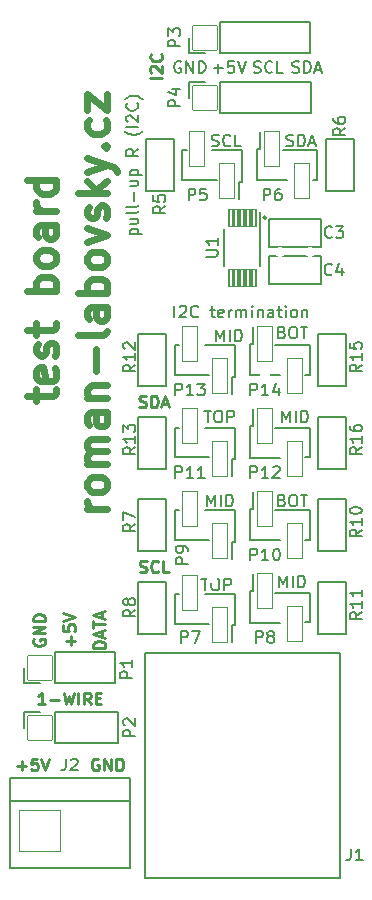
<source format=gto>
G04 #@! TF.GenerationSoftware,KiCad,Pcbnew,7.0.9*
G04 #@! TF.CreationDate,2023-12-23T18:19:17+01:00*
G04 #@! TF.ProjectId,testing-board,74657374-696e-4672-9d62-6f6172642e6b,v1.0*
G04 #@! TF.SameCoordinates,Original*
G04 #@! TF.FileFunction,Legend,Top*
G04 #@! TF.FilePolarity,Positive*
%FSLAX46Y46*%
G04 Gerber Fmt 4.6, Leading zero omitted, Abs format (unit mm)*
G04 Created by KiCad (PCBNEW 7.0.9) date 2023-12-23 18:19:17*
%MOMM*%
%LPD*%
G01*
G04 APERTURE LIST*
G04 Aperture macros list*
%AMRoundRect*
0 Rectangle with rounded corners*
0 $1 Rounding radius*
0 $2 $3 $4 $5 $6 $7 $8 $9 X,Y pos of 4 corners*
0 Add a 4 corners polygon primitive as box body*
4,1,4,$2,$3,$4,$5,$6,$7,$8,$9,$2,$3,0*
0 Add four circle primitives for the rounded corners*
1,1,$1+$1,$2,$3*
1,1,$1+$1,$4,$5*
1,1,$1+$1,$6,$7*
1,1,$1+$1,$8,$9*
0 Add four rect primitives between the rounded corners*
20,1,$1+$1,$2,$3,$4,$5,0*
20,1,$1+$1,$4,$5,$6,$7,0*
20,1,$1+$1,$6,$7,$8,$9,0*
20,1,$1+$1,$8,$9,$2,$3,0*%
%AMFreePoly0*
4,1,13,0.685355,0.935355,0.700000,0.900000,0.700000,-0.900000,0.685355,-0.935355,0.650000,-0.950000,-0.650000,-0.950000,-0.685355,-0.935355,-0.700000,-0.900000,-0.700000,0.900000,-0.685355,0.935355,-0.650000,0.950000,0.650000,0.950000,0.685355,0.935355,0.685355,0.935355,$1*%
G04 Aperture macros list end*
%ADD10C,0.160000*%
%ADD11C,0.250000*%
%ADD12C,0.625000*%
%ADD13C,0.150000*%
%ADD14C,0.120000*%
%ADD15C,3.300000*%
%ADD16RoundRect,0.050000X1.050000X-1.050000X1.050000X1.050000X-1.050000X1.050000X-1.050000X-1.050000X0*%
%ADD17O,2.200000X2.200000*%
%ADD18C,5.100000*%
%ADD19RoundRect,0.050000X-0.175000X0.750000X-0.175000X-0.750000X0.175000X-0.750000X0.175000X0.750000X0*%
%ADD20FreePoly0,270.000000*%
%ADD21FreePoly0,90.000000*%
%ADD22RoundRect,0.050000X0.625000X1.500000X-0.625000X1.500000X-0.625000X-1.500000X0.625000X-1.500000X0*%
%ADD23RoundRect,0.050000X-0.625000X-1.500000X0.625000X-1.500000X0.625000X1.500000X-0.625000X1.500000X0*%
%ADD24RoundRect,0.050000X1.750000X1.750000X-1.750000X1.750000X-1.750000X-1.750000X1.750000X-1.750000X0*%
%ADD25C,3.600000*%
%ADD26C,3.400000*%
%ADD27C,1.600000*%
%ADD28FreePoly0,0.000000*%
%ADD29C,0.900000*%
G04 APERTURE END LIST*
D10*
X129508952Y-87830299D02*
X129508952Y-86830299D01*
X129937523Y-86925537D02*
X129985142Y-86877918D01*
X129985142Y-86877918D02*
X130080380Y-86830299D01*
X130080380Y-86830299D02*
X130318475Y-86830299D01*
X130318475Y-86830299D02*
X130413713Y-86877918D01*
X130413713Y-86877918D02*
X130461332Y-86925537D01*
X130461332Y-86925537D02*
X130508951Y-87020775D01*
X130508951Y-87020775D02*
X130508951Y-87116013D01*
X130508951Y-87116013D02*
X130461332Y-87258870D01*
X130461332Y-87258870D02*
X129889904Y-87830299D01*
X129889904Y-87830299D02*
X130508951Y-87830299D01*
X131508951Y-87735060D02*
X131461332Y-87782680D01*
X131461332Y-87782680D02*
X131318475Y-87830299D01*
X131318475Y-87830299D02*
X131223237Y-87830299D01*
X131223237Y-87830299D02*
X131080380Y-87782680D01*
X131080380Y-87782680D02*
X130985142Y-87687441D01*
X130985142Y-87687441D02*
X130937523Y-87592203D01*
X130937523Y-87592203D02*
X130889904Y-87401727D01*
X130889904Y-87401727D02*
X130889904Y-87258870D01*
X130889904Y-87258870D02*
X130937523Y-87068394D01*
X130937523Y-87068394D02*
X130985142Y-86973156D01*
X130985142Y-86973156D02*
X131080380Y-86877918D01*
X131080380Y-86877918D02*
X131223237Y-86830299D01*
X131223237Y-86830299D02*
X131318475Y-86830299D01*
X131318475Y-86830299D02*
X131461332Y-86877918D01*
X131461332Y-86877918D02*
X131508951Y-86925537D01*
X132556571Y-87163632D02*
X132937523Y-87163632D01*
X132699428Y-86830299D02*
X132699428Y-87687441D01*
X132699428Y-87687441D02*
X132747047Y-87782680D01*
X132747047Y-87782680D02*
X132842285Y-87830299D01*
X132842285Y-87830299D02*
X132937523Y-87830299D01*
X133651809Y-87782680D02*
X133556571Y-87830299D01*
X133556571Y-87830299D02*
X133366095Y-87830299D01*
X133366095Y-87830299D02*
X133270857Y-87782680D01*
X133270857Y-87782680D02*
X133223238Y-87687441D01*
X133223238Y-87687441D02*
X133223238Y-87306489D01*
X133223238Y-87306489D02*
X133270857Y-87211251D01*
X133270857Y-87211251D02*
X133366095Y-87163632D01*
X133366095Y-87163632D02*
X133556571Y-87163632D01*
X133556571Y-87163632D02*
X133651809Y-87211251D01*
X133651809Y-87211251D02*
X133699428Y-87306489D01*
X133699428Y-87306489D02*
X133699428Y-87401727D01*
X133699428Y-87401727D02*
X133223238Y-87496965D01*
X134128000Y-87830299D02*
X134128000Y-87163632D01*
X134128000Y-87354108D02*
X134175619Y-87258870D01*
X134175619Y-87258870D02*
X134223238Y-87211251D01*
X134223238Y-87211251D02*
X134318476Y-87163632D01*
X134318476Y-87163632D02*
X134413714Y-87163632D01*
X134747048Y-87830299D02*
X134747048Y-87163632D01*
X134747048Y-87258870D02*
X134794667Y-87211251D01*
X134794667Y-87211251D02*
X134889905Y-87163632D01*
X134889905Y-87163632D02*
X135032762Y-87163632D01*
X135032762Y-87163632D02*
X135128000Y-87211251D01*
X135128000Y-87211251D02*
X135175619Y-87306489D01*
X135175619Y-87306489D02*
X135175619Y-87830299D01*
X135175619Y-87306489D02*
X135223238Y-87211251D01*
X135223238Y-87211251D02*
X135318476Y-87163632D01*
X135318476Y-87163632D02*
X135461333Y-87163632D01*
X135461333Y-87163632D02*
X135556572Y-87211251D01*
X135556572Y-87211251D02*
X135604191Y-87306489D01*
X135604191Y-87306489D02*
X135604191Y-87830299D01*
X136080381Y-87830299D02*
X136080381Y-87163632D01*
X136080381Y-86830299D02*
X136032762Y-86877918D01*
X136032762Y-86877918D02*
X136080381Y-86925537D01*
X136080381Y-86925537D02*
X136128000Y-86877918D01*
X136128000Y-86877918D02*
X136080381Y-86830299D01*
X136080381Y-86830299D02*
X136080381Y-86925537D01*
X136556571Y-87163632D02*
X136556571Y-87830299D01*
X136556571Y-87258870D02*
X136604190Y-87211251D01*
X136604190Y-87211251D02*
X136699428Y-87163632D01*
X136699428Y-87163632D02*
X136842285Y-87163632D01*
X136842285Y-87163632D02*
X136937523Y-87211251D01*
X136937523Y-87211251D02*
X136985142Y-87306489D01*
X136985142Y-87306489D02*
X136985142Y-87830299D01*
X137889904Y-87830299D02*
X137889904Y-87306489D01*
X137889904Y-87306489D02*
X137842285Y-87211251D01*
X137842285Y-87211251D02*
X137747047Y-87163632D01*
X137747047Y-87163632D02*
X137556571Y-87163632D01*
X137556571Y-87163632D02*
X137461333Y-87211251D01*
X137889904Y-87782680D02*
X137794666Y-87830299D01*
X137794666Y-87830299D02*
X137556571Y-87830299D01*
X137556571Y-87830299D02*
X137461333Y-87782680D01*
X137461333Y-87782680D02*
X137413714Y-87687441D01*
X137413714Y-87687441D02*
X137413714Y-87592203D01*
X137413714Y-87592203D02*
X137461333Y-87496965D01*
X137461333Y-87496965D02*
X137556571Y-87449346D01*
X137556571Y-87449346D02*
X137794666Y-87449346D01*
X137794666Y-87449346D02*
X137889904Y-87401727D01*
X138223238Y-87163632D02*
X138604190Y-87163632D01*
X138366095Y-86830299D02*
X138366095Y-87687441D01*
X138366095Y-87687441D02*
X138413714Y-87782680D01*
X138413714Y-87782680D02*
X138508952Y-87830299D01*
X138508952Y-87830299D02*
X138604190Y-87830299D01*
X138937524Y-87830299D02*
X138937524Y-87163632D01*
X138937524Y-86830299D02*
X138889905Y-86877918D01*
X138889905Y-86877918D02*
X138937524Y-86925537D01*
X138937524Y-86925537D02*
X138985143Y-86877918D01*
X138985143Y-86877918D02*
X138937524Y-86830299D01*
X138937524Y-86830299D02*
X138937524Y-86925537D01*
X139556571Y-87830299D02*
X139461333Y-87782680D01*
X139461333Y-87782680D02*
X139413714Y-87735060D01*
X139413714Y-87735060D02*
X139366095Y-87639822D01*
X139366095Y-87639822D02*
X139366095Y-87354108D01*
X139366095Y-87354108D02*
X139413714Y-87258870D01*
X139413714Y-87258870D02*
X139461333Y-87211251D01*
X139461333Y-87211251D02*
X139556571Y-87163632D01*
X139556571Y-87163632D02*
X139699428Y-87163632D01*
X139699428Y-87163632D02*
X139794666Y-87211251D01*
X139794666Y-87211251D02*
X139842285Y-87258870D01*
X139842285Y-87258870D02*
X139889904Y-87354108D01*
X139889904Y-87354108D02*
X139889904Y-87639822D01*
X139889904Y-87639822D02*
X139842285Y-87735060D01*
X139842285Y-87735060D02*
X139794666Y-87782680D01*
X139794666Y-87782680D02*
X139699428Y-87830299D01*
X139699428Y-87830299D02*
X139556571Y-87830299D01*
X140318476Y-87163632D02*
X140318476Y-87830299D01*
X140318476Y-87258870D02*
X140366095Y-87211251D01*
X140366095Y-87211251D02*
X140461333Y-87163632D01*
X140461333Y-87163632D02*
X140604190Y-87163632D01*
X140604190Y-87163632D02*
X140699428Y-87211251D01*
X140699428Y-87211251D02*
X140747047Y-87306489D01*
X140747047Y-87306489D02*
X140747047Y-87830299D01*
X132667524Y-73304680D02*
X132810381Y-73352299D01*
X132810381Y-73352299D02*
X133048476Y-73352299D01*
X133048476Y-73352299D02*
X133143714Y-73304680D01*
X133143714Y-73304680D02*
X133191333Y-73257060D01*
X133191333Y-73257060D02*
X133238952Y-73161822D01*
X133238952Y-73161822D02*
X133238952Y-73066584D01*
X133238952Y-73066584D02*
X133191333Y-72971346D01*
X133191333Y-72971346D02*
X133143714Y-72923727D01*
X133143714Y-72923727D02*
X133048476Y-72876108D01*
X133048476Y-72876108D02*
X132858000Y-72828489D01*
X132858000Y-72828489D02*
X132762762Y-72780870D01*
X132762762Y-72780870D02*
X132715143Y-72733251D01*
X132715143Y-72733251D02*
X132667524Y-72638013D01*
X132667524Y-72638013D02*
X132667524Y-72542775D01*
X132667524Y-72542775D02*
X132715143Y-72447537D01*
X132715143Y-72447537D02*
X132762762Y-72399918D01*
X132762762Y-72399918D02*
X132858000Y-72352299D01*
X132858000Y-72352299D02*
X133096095Y-72352299D01*
X133096095Y-72352299D02*
X133238952Y-72399918D01*
X134238952Y-73257060D02*
X134191333Y-73304680D01*
X134191333Y-73304680D02*
X134048476Y-73352299D01*
X134048476Y-73352299D02*
X133953238Y-73352299D01*
X133953238Y-73352299D02*
X133810381Y-73304680D01*
X133810381Y-73304680D02*
X133715143Y-73209441D01*
X133715143Y-73209441D02*
X133667524Y-73114203D01*
X133667524Y-73114203D02*
X133619905Y-72923727D01*
X133619905Y-72923727D02*
X133619905Y-72780870D01*
X133619905Y-72780870D02*
X133667524Y-72590394D01*
X133667524Y-72590394D02*
X133715143Y-72495156D01*
X133715143Y-72495156D02*
X133810381Y-72399918D01*
X133810381Y-72399918D02*
X133953238Y-72352299D01*
X133953238Y-72352299D02*
X134048476Y-72352299D01*
X134048476Y-72352299D02*
X134191333Y-72399918D01*
X134191333Y-72399918D02*
X134238952Y-72447537D01*
X135143714Y-73352299D02*
X134667524Y-73352299D01*
X134667524Y-73352299D02*
X134667524Y-72352299D01*
X138993714Y-73304680D02*
X139136571Y-73352299D01*
X139136571Y-73352299D02*
X139374666Y-73352299D01*
X139374666Y-73352299D02*
X139469904Y-73304680D01*
X139469904Y-73304680D02*
X139517523Y-73257060D01*
X139517523Y-73257060D02*
X139565142Y-73161822D01*
X139565142Y-73161822D02*
X139565142Y-73066584D01*
X139565142Y-73066584D02*
X139517523Y-72971346D01*
X139517523Y-72971346D02*
X139469904Y-72923727D01*
X139469904Y-72923727D02*
X139374666Y-72876108D01*
X139374666Y-72876108D02*
X139184190Y-72828489D01*
X139184190Y-72828489D02*
X139088952Y-72780870D01*
X139088952Y-72780870D02*
X139041333Y-72733251D01*
X139041333Y-72733251D02*
X138993714Y-72638013D01*
X138993714Y-72638013D02*
X138993714Y-72542775D01*
X138993714Y-72542775D02*
X139041333Y-72447537D01*
X139041333Y-72447537D02*
X139088952Y-72399918D01*
X139088952Y-72399918D02*
X139184190Y-72352299D01*
X139184190Y-72352299D02*
X139422285Y-72352299D01*
X139422285Y-72352299D02*
X139565142Y-72399918D01*
X139993714Y-73352299D02*
X139993714Y-72352299D01*
X139993714Y-72352299D02*
X140231809Y-72352299D01*
X140231809Y-72352299D02*
X140374666Y-72399918D01*
X140374666Y-72399918D02*
X140469904Y-72495156D01*
X140469904Y-72495156D02*
X140517523Y-72590394D01*
X140517523Y-72590394D02*
X140565142Y-72780870D01*
X140565142Y-72780870D02*
X140565142Y-72923727D01*
X140565142Y-72923727D02*
X140517523Y-73114203D01*
X140517523Y-73114203D02*
X140469904Y-73209441D01*
X140469904Y-73209441D02*
X140374666Y-73304680D01*
X140374666Y-73304680D02*
X140231809Y-73352299D01*
X140231809Y-73352299D02*
X139993714Y-73352299D01*
X140946095Y-73066584D02*
X141422285Y-73066584D01*
X140850857Y-73352299D02*
X141184190Y-72352299D01*
X141184190Y-72352299D02*
X141517523Y-73352299D01*
X125771632Y-80787143D02*
X126771632Y-80787143D01*
X125819251Y-80787143D02*
X125771632Y-80691905D01*
X125771632Y-80691905D02*
X125771632Y-80501429D01*
X125771632Y-80501429D02*
X125819251Y-80406191D01*
X125819251Y-80406191D02*
X125866870Y-80358572D01*
X125866870Y-80358572D02*
X125962108Y-80310953D01*
X125962108Y-80310953D02*
X126247822Y-80310953D01*
X126247822Y-80310953D02*
X126343060Y-80358572D01*
X126343060Y-80358572D02*
X126390680Y-80406191D01*
X126390680Y-80406191D02*
X126438299Y-80501429D01*
X126438299Y-80501429D02*
X126438299Y-80691905D01*
X126438299Y-80691905D02*
X126390680Y-80787143D01*
X125771632Y-79453810D02*
X126438299Y-79453810D01*
X125771632Y-79882381D02*
X126295441Y-79882381D01*
X126295441Y-79882381D02*
X126390680Y-79834762D01*
X126390680Y-79834762D02*
X126438299Y-79739524D01*
X126438299Y-79739524D02*
X126438299Y-79596667D01*
X126438299Y-79596667D02*
X126390680Y-79501429D01*
X126390680Y-79501429D02*
X126343060Y-79453810D01*
X126438299Y-78834762D02*
X126390680Y-78930000D01*
X126390680Y-78930000D02*
X126295441Y-78977619D01*
X126295441Y-78977619D02*
X125438299Y-78977619D01*
X126438299Y-78310952D02*
X126390680Y-78406190D01*
X126390680Y-78406190D02*
X126295441Y-78453809D01*
X126295441Y-78453809D02*
X125438299Y-78453809D01*
X126057346Y-77929999D02*
X126057346Y-77168095D01*
X125771632Y-76263333D02*
X126438299Y-76263333D01*
X125771632Y-76691904D02*
X126295441Y-76691904D01*
X126295441Y-76691904D02*
X126390680Y-76644285D01*
X126390680Y-76644285D02*
X126438299Y-76549047D01*
X126438299Y-76549047D02*
X126438299Y-76406190D01*
X126438299Y-76406190D02*
X126390680Y-76310952D01*
X126390680Y-76310952D02*
X126343060Y-76263333D01*
X125771632Y-75787142D02*
X126771632Y-75787142D01*
X125819251Y-75787142D02*
X125771632Y-75691904D01*
X125771632Y-75691904D02*
X125771632Y-75501428D01*
X125771632Y-75501428D02*
X125819251Y-75406190D01*
X125819251Y-75406190D02*
X125866870Y-75358571D01*
X125866870Y-75358571D02*
X125962108Y-75310952D01*
X125962108Y-75310952D02*
X126247822Y-75310952D01*
X126247822Y-75310952D02*
X126343060Y-75358571D01*
X126343060Y-75358571D02*
X126390680Y-75406190D01*
X126390680Y-75406190D02*
X126438299Y-75501428D01*
X126438299Y-75501428D02*
X126438299Y-75691904D01*
X126438299Y-75691904D02*
X126390680Y-75787142D01*
X126438299Y-73549047D02*
X125962108Y-73882380D01*
X126438299Y-74120475D02*
X125438299Y-74120475D01*
X125438299Y-74120475D02*
X125438299Y-73739523D01*
X125438299Y-73739523D02*
X125485918Y-73644285D01*
X125485918Y-73644285D02*
X125533537Y-73596666D01*
X125533537Y-73596666D02*
X125628775Y-73549047D01*
X125628775Y-73549047D02*
X125771632Y-73549047D01*
X125771632Y-73549047D02*
X125866870Y-73596666D01*
X125866870Y-73596666D02*
X125914489Y-73644285D01*
X125914489Y-73644285D02*
X125962108Y-73739523D01*
X125962108Y-73739523D02*
X125962108Y-74120475D01*
X126819251Y-72072856D02*
X126771632Y-72120475D01*
X126771632Y-72120475D02*
X126628775Y-72215713D01*
X126628775Y-72215713D02*
X126533537Y-72263332D01*
X126533537Y-72263332D02*
X126390680Y-72310951D01*
X126390680Y-72310951D02*
X126152584Y-72358570D01*
X126152584Y-72358570D02*
X125962108Y-72358570D01*
X125962108Y-72358570D02*
X125724013Y-72310951D01*
X125724013Y-72310951D02*
X125581156Y-72263332D01*
X125581156Y-72263332D02*
X125485918Y-72215713D01*
X125485918Y-72215713D02*
X125343060Y-72120475D01*
X125343060Y-72120475D02*
X125295441Y-72072856D01*
X126438299Y-71691903D02*
X125438299Y-71691903D01*
X125533537Y-71263332D02*
X125485918Y-71215713D01*
X125485918Y-71215713D02*
X125438299Y-71120475D01*
X125438299Y-71120475D02*
X125438299Y-70882380D01*
X125438299Y-70882380D02*
X125485918Y-70787142D01*
X125485918Y-70787142D02*
X125533537Y-70739523D01*
X125533537Y-70739523D02*
X125628775Y-70691904D01*
X125628775Y-70691904D02*
X125724013Y-70691904D01*
X125724013Y-70691904D02*
X125866870Y-70739523D01*
X125866870Y-70739523D02*
X126438299Y-71310951D01*
X126438299Y-71310951D02*
X126438299Y-70691904D01*
X126343060Y-69691904D02*
X126390680Y-69739523D01*
X126390680Y-69739523D02*
X126438299Y-69882380D01*
X126438299Y-69882380D02*
X126438299Y-69977618D01*
X126438299Y-69977618D02*
X126390680Y-70120475D01*
X126390680Y-70120475D02*
X126295441Y-70215713D01*
X126295441Y-70215713D02*
X126200203Y-70263332D01*
X126200203Y-70263332D02*
X126009727Y-70310951D01*
X126009727Y-70310951D02*
X125866870Y-70310951D01*
X125866870Y-70310951D02*
X125676394Y-70263332D01*
X125676394Y-70263332D02*
X125581156Y-70215713D01*
X125581156Y-70215713D02*
X125485918Y-70120475D01*
X125485918Y-70120475D02*
X125438299Y-69977618D01*
X125438299Y-69977618D02*
X125438299Y-69882380D01*
X125438299Y-69882380D02*
X125485918Y-69739523D01*
X125485918Y-69739523D02*
X125533537Y-69691904D01*
X126819251Y-69358570D02*
X126771632Y-69310951D01*
X126771632Y-69310951D02*
X126628775Y-69215713D01*
X126628775Y-69215713D02*
X126533537Y-69168094D01*
X126533537Y-69168094D02*
X126390680Y-69120475D01*
X126390680Y-69120475D02*
X126152584Y-69072856D01*
X126152584Y-69072856D02*
X125962108Y-69072856D01*
X125962108Y-69072856D02*
X125724013Y-69120475D01*
X125724013Y-69120475D02*
X125581156Y-69168094D01*
X125581156Y-69168094D02*
X125485918Y-69215713D01*
X125485918Y-69215713D02*
X125343060Y-69310951D01*
X125343060Y-69310951D02*
X125295441Y-69358570D01*
D11*
X126547714Y-95398000D02*
X126690571Y-95445619D01*
X126690571Y-95445619D02*
X126928666Y-95445619D01*
X126928666Y-95445619D02*
X127023904Y-95398000D01*
X127023904Y-95398000D02*
X127071523Y-95350380D01*
X127071523Y-95350380D02*
X127119142Y-95255142D01*
X127119142Y-95255142D02*
X127119142Y-95159904D01*
X127119142Y-95159904D02*
X127071523Y-95064666D01*
X127071523Y-95064666D02*
X127023904Y-95017047D01*
X127023904Y-95017047D02*
X126928666Y-94969428D01*
X126928666Y-94969428D02*
X126738190Y-94921809D01*
X126738190Y-94921809D02*
X126642952Y-94874190D01*
X126642952Y-94874190D02*
X126595333Y-94826571D01*
X126595333Y-94826571D02*
X126547714Y-94731333D01*
X126547714Y-94731333D02*
X126547714Y-94636095D01*
X126547714Y-94636095D02*
X126595333Y-94540857D01*
X126595333Y-94540857D02*
X126642952Y-94493238D01*
X126642952Y-94493238D02*
X126738190Y-94445619D01*
X126738190Y-94445619D02*
X126976285Y-94445619D01*
X126976285Y-94445619D02*
X127119142Y-94493238D01*
X127547714Y-95445619D02*
X127547714Y-94445619D01*
X127547714Y-94445619D02*
X127785809Y-94445619D01*
X127785809Y-94445619D02*
X127928666Y-94493238D01*
X127928666Y-94493238D02*
X128023904Y-94588476D01*
X128023904Y-94588476D02*
X128071523Y-94683714D01*
X128071523Y-94683714D02*
X128119142Y-94874190D01*
X128119142Y-94874190D02*
X128119142Y-95017047D01*
X128119142Y-95017047D02*
X128071523Y-95207523D01*
X128071523Y-95207523D02*
X128023904Y-95302761D01*
X128023904Y-95302761D02*
X127928666Y-95398000D01*
X127928666Y-95398000D02*
X127785809Y-95445619D01*
X127785809Y-95445619D02*
X127547714Y-95445619D01*
X128500095Y-95159904D02*
X128976285Y-95159904D01*
X128404857Y-95445619D02*
X128738190Y-94445619D01*
X128738190Y-94445619D02*
X129071523Y-95445619D01*
X126571524Y-109368000D02*
X126714381Y-109415619D01*
X126714381Y-109415619D02*
X126952476Y-109415619D01*
X126952476Y-109415619D02*
X127047714Y-109368000D01*
X127047714Y-109368000D02*
X127095333Y-109320380D01*
X127095333Y-109320380D02*
X127142952Y-109225142D01*
X127142952Y-109225142D02*
X127142952Y-109129904D01*
X127142952Y-109129904D02*
X127095333Y-109034666D01*
X127095333Y-109034666D02*
X127047714Y-108987047D01*
X127047714Y-108987047D02*
X126952476Y-108939428D01*
X126952476Y-108939428D02*
X126762000Y-108891809D01*
X126762000Y-108891809D02*
X126666762Y-108844190D01*
X126666762Y-108844190D02*
X126619143Y-108796571D01*
X126619143Y-108796571D02*
X126571524Y-108701333D01*
X126571524Y-108701333D02*
X126571524Y-108606095D01*
X126571524Y-108606095D02*
X126619143Y-108510857D01*
X126619143Y-108510857D02*
X126666762Y-108463238D01*
X126666762Y-108463238D02*
X126762000Y-108415619D01*
X126762000Y-108415619D02*
X127000095Y-108415619D01*
X127000095Y-108415619D02*
X127142952Y-108463238D01*
X128142952Y-109320380D02*
X128095333Y-109368000D01*
X128095333Y-109368000D02*
X127952476Y-109415619D01*
X127952476Y-109415619D02*
X127857238Y-109415619D01*
X127857238Y-109415619D02*
X127714381Y-109368000D01*
X127714381Y-109368000D02*
X127619143Y-109272761D01*
X127619143Y-109272761D02*
X127571524Y-109177523D01*
X127571524Y-109177523D02*
X127523905Y-108987047D01*
X127523905Y-108987047D02*
X127523905Y-108844190D01*
X127523905Y-108844190D02*
X127571524Y-108653714D01*
X127571524Y-108653714D02*
X127619143Y-108558476D01*
X127619143Y-108558476D02*
X127714381Y-108463238D01*
X127714381Y-108463238D02*
X127857238Y-108415619D01*
X127857238Y-108415619D02*
X127952476Y-108415619D01*
X127952476Y-108415619D02*
X128095333Y-108463238D01*
X128095333Y-108463238D02*
X128142952Y-108510857D01*
X129047714Y-109415619D02*
X128571524Y-109415619D01*
X128571524Y-109415619D02*
X128571524Y-108415619D01*
D10*
X132040476Y-95720299D02*
X132611904Y-95720299D01*
X132326190Y-96720299D02*
X132326190Y-95720299D01*
X133135714Y-95720299D02*
X133326190Y-95720299D01*
X133326190Y-95720299D02*
X133421428Y-95767918D01*
X133421428Y-95767918D02*
X133516666Y-95863156D01*
X133516666Y-95863156D02*
X133564285Y-96053632D01*
X133564285Y-96053632D02*
X133564285Y-96386965D01*
X133564285Y-96386965D02*
X133516666Y-96577441D01*
X133516666Y-96577441D02*
X133421428Y-96672680D01*
X133421428Y-96672680D02*
X133326190Y-96720299D01*
X133326190Y-96720299D02*
X133135714Y-96720299D01*
X133135714Y-96720299D02*
X133040476Y-96672680D01*
X133040476Y-96672680D02*
X132945238Y-96577441D01*
X132945238Y-96577441D02*
X132897619Y-96386965D01*
X132897619Y-96386965D02*
X132897619Y-96053632D01*
X132897619Y-96053632D02*
X132945238Y-95863156D01*
X132945238Y-95863156D02*
X133040476Y-95767918D01*
X133040476Y-95767918D02*
X133135714Y-95720299D01*
X133992857Y-96720299D02*
X133992857Y-95720299D01*
X133992857Y-95720299D02*
X134373809Y-95720299D01*
X134373809Y-95720299D02*
X134469047Y-95767918D01*
X134469047Y-95767918D02*
X134516666Y-95815537D01*
X134516666Y-95815537D02*
X134564285Y-95910775D01*
X134564285Y-95910775D02*
X134564285Y-96053632D01*
X134564285Y-96053632D02*
X134516666Y-96148870D01*
X134516666Y-96148870D02*
X134469047Y-96196489D01*
X134469047Y-96196489D02*
X134373809Y-96244108D01*
X134373809Y-96244108D02*
X133992857Y-96244108D01*
X133040572Y-89862299D02*
X133040572Y-88862299D01*
X133040572Y-88862299D02*
X133373905Y-89576584D01*
X133373905Y-89576584D02*
X133707238Y-88862299D01*
X133707238Y-88862299D02*
X133707238Y-89862299D01*
X134183429Y-89862299D02*
X134183429Y-88862299D01*
X134659619Y-89862299D02*
X134659619Y-88862299D01*
X134659619Y-88862299D02*
X134897714Y-88862299D01*
X134897714Y-88862299D02*
X135040571Y-88909918D01*
X135040571Y-88909918D02*
X135135809Y-89005156D01*
X135135809Y-89005156D02*
X135183428Y-89100394D01*
X135183428Y-89100394D02*
X135231047Y-89290870D01*
X135231047Y-89290870D02*
X135231047Y-89433727D01*
X135231047Y-89433727D02*
X135183428Y-89624203D01*
X135183428Y-89624203D02*
X135135809Y-89719441D01*
X135135809Y-89719441D02*
X135040571Y-89814680D01*
X135040571Y-89814680D02*
X134897714Y-89862299D01*
X134897714Y-89862299D02*
X134659619Y-89862299D01*
X138612666Y-89084489D02*
X138755523Y-89132108D01*
X138755523Y-89132108D02*
X138803142Y-89179727D01*
X138803142Y-89179727D02*
X138850761Y-89274965D01*
X138850761Y-89274965D02*
X138850761Y-89417822D01*
X138850761Y-89417822D02*
X138803142Y-89513060D01*
X138803142Y-89513060D02*
X138755523Y-89560680D01*
X138755523Y-89560680D02*
X138660285Y-89608299D01*
X138660285Y-89608299D02*
X138279333Y-89608299D01*
X138279333Y-89608299D02*
X138279333Y-88608299D01*
X138279333Y-88608299D02*
X138612666Y-88608299D01*
X138612666Y-88608299D02*
X138707904Y-88655918D01*
X138707904Y-88655918D02*
X138755523Y-88703537D01*
X138755523Y-88703537D02*
X138803142Y-88798775D01*
X138803142Y-88798775D02*
X138803142Y-88894013D01*
X138803142Y-88894013D02*
X138755523Y-88989251D01*
X138755523Y-88989251D02*
X138707904Y-89036870D01*
X138707904Y-89036870D02*
X138612666Y-89084489D01*
X138612666Y-89084489D02*
X138279333Y-89084489D01*
X139469809Y-88608299D02*
X139660285Y-88608299D01*
X139660285Y-88608299D02*
X139755523Y-88655918D01*
X139755523Y-88655918D02*
X139850761Y-88751156D01*
X139850761Y-88751156D02*
X139898380Y-88941632D01*
X139898380Y-88941632D02*
X139898380Y-89274965D01*
X139898380Y-89274965D02*
X139850761Y-89465441D01*
X139850761Y-89465441D02*
X139755523Y-89560680D01*
X139755523Y-89560680D02*
X139660285Y-89608299D01*
X139660285Y-89608299D02*
X139469809Y-89608299D01*
X139469809Y-89608299D02*
X139374571Y-89560680D01*
X139374571Y-89560680D02*
X139279333Y-89465441D01*
X139279333Y-89465441D02*
X139231714Y-89274965D01*
X139231714Y-89274965D02*
X139231714Y-88941632D01*
X139231714Y-88941632D02*
X139279333Y-88751156D01*
X139279333Y-88751156D02*
X139374571Y-88655918D01*
X139374571Y-88655918D02*
X139469809Y-88608299D01*
X140184095Y-88608299D02*
X140755523Y-88608299D01*
X140469809Y-89608299D02*
X140469809Y-88608299D01*
X138628572Y-96720299D02*
X138628572Y-95720299D01*
X138628572Y-95720299D02*
X138961905Y-96434584D01*
X138961905Y-96434584D02*
X139295238Y-95720299D01*
X139295238Y-95720299D02*
X139295238Y-96720299D01*
X139771429Y-96720299D02*
X139771429Y-95720299D01*
X140247619Y-96720299D02*
X140247619Y-95720299D01*
X140247619Y-95720299D02*
X140485714Y-95720299D01*
X140485714Y-95720299D02*
X140628571Y-95767918D01*
X140628571Y-95767918D02*
X140723809Y-95863156D01*
X140723809Y-95863156D02*
X140771428Y-95958394D01*
X140771428Y-95958394D02*
X140819047Y-96148870D01*
X140819047Y-96148870D02*
X140819047Y-96291727D01*
X140819047Y-96291727D02*
X140771428Y-96482203D01*
X140771428Y-96482203D02*
X140723809Y-96577441D01*
X140723809Y-96577441D02*
X140628571Y-96672680D01*
X140628571Y-96672680D02*
X140485714Y-96720299D01*
X140485714Y-96720299D02*
X140247619Y-96720299D01*
X131786476Y-109944299D02*
X132357904Y-109944299D01*
X132072190Y-110944299D02*
X132072190Y-109944299D01*
X132881714Y-109944299D02*
X133072190Y-109944299D01*
X133072190Y-109944299D02*
X133167428Y-109991918D01*
X133167428Y-109991918D02*
X133262666Y-110087156D01*
X133262666Y-110087156D02*
X133310285Y-110277632D01*
X133310285Y-110277632D02*
X133310285Y-110610965D01*
X133310285Y-110610965D02*
X133262666Y-110801441D01*
X133262666Y-110801441D02*
X133167428Y-110896680D01*
X133167428Y-110896680D02*
X133072190Y-110944299D01*
X133072190Y-110944299D02*
X132881714Y-110944299D01*
X132881714Y-110944299D02*
X132786476Y-110896680D01*
X132786476Y-110896680D02*
X132691238Y-110801441D01*
X132691238Y-110801441D02*
X132643619Y-110610965D01*
X132643619Y-110610965D02*
X132643619Y-110277632D01*
X132643619Y-110277632D02*
X132691238Y-110087156D01*
X132691238Y-110087156D02*
X132786476Y-109991918D01*
X132786476Y-109991918D02*
X132881714Y-109944299D01*
X133738857Y-110944299D02*
X133738857Y-109944299D01*
X133738857Y-109944299D02*
X134119809Y-109944299D01*
X134119809Y-109944299D02*
X134215047Y-109991918D01*
X134215047Y-109991918D02*
X134262666Y-110039537D01*
X134262666Y-110039537D02*
X134310285Y-110134775D01*
X134310285Y-110134775D02*
X134310285Y-110277632D01*
X134310285Y-110277632D02*
X134262666Y-110372870D01*
X134262666Y-110372870D02*
X134215047Y-110420489D01*
X134215047Y-110420489D02*
X134119809Y-110468108D01*
X134119809Y-110468108D02*
X133738857Y-110468108D01*
X132278572Y-103832299D02*
X132278572Y-102832299D01*
X132278572Y-102832299D02*
X132611905Y-103546584D01*
X132611905Y-103546584D02*
X132945238Y-102832299D01*
X132945238Y-102832299D02*
X132945238Y-103832299D01*
X133421429Y-103832299D02*
X133421429Y-102832299D01*
X133897619Y-103832299D02*
X133897619Y-102832299D01*
X133897619Y-102832299D02*
X134135714Y-102832299D01*
X134135714Y-102832299D02*
X134278571Y-102879918D01*
X134278571Y-102879918D02*
X134373809Y-102975156D01*
X134373809Y-102975156D02*
X134421428Y-103070394D01*
X134421428Y-103070394D02*
X134469047Y-103260870D01*
X134469047Y-103260870D02*
X134469047Y-103403727D01*
X134469047Y-103403727D02*
X134421428Y-103594203D01*
X134421428Y-103594203D02*
X134373809Y-103689441D01*
X134373809Y-103689441D02*
X134278571Y-103784680D01*
X134278571Y-103784680D02*
X134135714Y-103832299D01*
X134135714Y-103832299D02*
X133897619Y-103832299D01*
X138374572Y-110690299D02*
X138374572Y-109690299D01*
X138374572Y-109690299D02*
X138707905Y-110404584D01*
X138707905Y-110404584D02*
X139041238Y-109690299D01*
X139041238Y-109690299D02*
X139041238Y-110690299D01*
X139517429Y-110690299D02*
X139517429Y-109690299D01*
X139993619Y-110690299D02*
X139993619Y-109690299D01*
X139993619Y-109690299D02*
X140231714Y-109690299D01*
X140231714Y-109690299D02*
X140374571Y-109737918D01*
X140374571Y-109737918D02*
X140469809Y-109833156D01*
X140469809Y-109833156D02*
X140517428Y-109928394D01*
X140517428Y-109928394D02*
X140565047Y-110118870D01*
X140565047Y-110118870D02*
X140565047Y-110261727D01*
X140565047Y-110261727D02*
X140517428Y-110452203D01*
X140517428Y-110452203D02*
X140469809Y-110547441D01*
X140469809Y-110547441D02*
X140374571Y-110642680D01*
X140374571Y-110642680D02*
X140231714Y-110690299D01*
X140231714Y-110690299D02*
X139993619Y-110690299D01*
X138612666Y-103308489D02*
X138755523Y-103356108D01*
X138755523Y-103356108D02*
X138803142Y-103403727D01*
X138803142Y-103403727D02*
X138850761Y-103498965D01*
X138850761Y-103498965D02*
X138850761Y-103641822D01*
X138850761Y-103641822D02*
X138803142Y-103737060D01*
X138803142Y-103737060D02*
X138755523Y-103784680D01*
X138755523Y-103784680D02*
X138660285Y-103832299D01*
X138660285Y-103832299D02*
X138279333Y-103832299D01*
X138279333Y-103832299D02*
X138279333Y-102832299D01*
X138279333Y-102832299D02*
X138612666Y-102832299D01*
X138612666Y-102832299D02*
X138707904Y-102879918D01*
X138707904Y-102879918D02*
X138755523Y-102927537D01*
X138755523Y-102927537D02*
X138803142Y-103022775D01*
X138803142Y-103022775D02*
X138803142Y-103118013D01*
X138803142Y-103118013D02*
X138755523Y-103213251D01*
X138755523Y-103213251D02*
X138707904Y-103260870D01*
X138707904Y-103260870D02*
X138612666Y-103308489D01*
X138612666Y-103308489D02*
X138279333Y-103308489D01*
X139469809Y-102832299D02*
X139660285Y-102832299D01*
X139660285Y-102832299D02*
X139755523Y-102879918D01*
X139755523Y-102879918D02*
X139850761Y-102975156D01*
X139850761Y-102975156D02*
X139898380Y-103165632D01*
X139898380Y-103165632D02*
X139898380Y-103498965D01*
X139898380Y-103498965D02*
X139850761Y-103689441D01*
X139850761Y-103689441D02*
X139755523Y-103784680D01*
X139755523Y-103784680D02*
X139660285Y-103832299D01*
X139660285Y-103832299D02*
X139469809Y-103832299D01*
X139469809Y-103832299D02*
X139374571Y-103784680D01*
X139374571Y-103784680D02*
X139279333Y-103689441D01*
X139279333Y-103689441D02*
X139231714Y-103498965D01*
X139231714Y-103498965D02*
X139231714Y-103165632D01*
X139231714Y-103165632D02*
X139279333Y-102975156D01*
X139279333Y-102975156D02*
X139374571Y-102879918D01*
X139374571Y-102879918D02*
X139469809Y-102832299D01*
X140184095Y-102832299D02*
X140755523Y-102832299D01*
X140469809Y-103832299D02*
X140469809Y-102832299D01*
D11*
X123063095Y-125227238D02*
X122967857Y-125179619D01*
X122967857Y-125179619D02*
X122825000Y-125179619D01*
X122825000Y-125179619D02*
X122682143Y-125227238D01*
X122682143Y-125227238D02*
X122586905Y-125322476D01*
X122586905Y-125322476D02*
X122539286Y-125417714D01*
X122539286Y-125417714D02*
X122491667Y-125608190D01*
X122491667Y-125608190D02*
X122491667Y-125751047D01*
X122491667Y-125751047D02*
X122539286Y-125941523D01*
X122539286Y-125941523D02*
X122586905Y-126036761D01*
X122586905Y-126036761D02*
X122682143Y-126132000D01*
X122682143Y-126132000D02*
X122825000Y-126179619D01*
X122825000Y-126179619D02*
X122920238Y-126179619D01*
X122920238Y-126179619D02*
X123063095Y-126132000D01*
X123063095Y-126132000D02*
X123110714Y-126084380D01*
X123110714Y-126084380D02*
X123110714Y-125751047D01*
X123110714Y-125751047D02*
X122920238Y-125751047D01*
X123539286Y-126179619D02*
X123539286Y-125179619D01*
X123539286Y-125179619D02*
X124110714Y-126179619D01*
X124110714Y-126179619D02*
X124110714Y-125179619D01*
X124586905Y-126179619D02*
X124586905Y-125179619D01*
X124586905Y-125179619D02*
X124825000Y-125179619D01*
X124825000Y-125179619D02*
X124967857Y-125227238D01*
X124967857Y-125227238D02*
X125063095Y-125322476D01*
X125063095Y-125322476D02*
X125110714Y-125417714D01*
X125110714Y-125417714D02*
X125158333Y-125608190D01*
X125158333Y-125608190D02*
X125158333Y-125751047D01*
X125158333Y-125751047D02*
X125110714Y-125941523D01*
X125110714Y-125941523D02*
X125063095Y-126036761D01*
X125063095Y-126036761D02*
X124967857Y-126132000D01*
X124967857Y-126132000D02*
X124825000Y-126179619D01*
X124825000Y-126179619D02*
X124586905Y-126179619D01*
X116189286Y-125798666D02*
X116951191Y-125798666D01*
X116570238Y-126179619D02*
X116570238Y-125417714D01*
X117903571Y-125179619D02*
X117427381Y-125179619D01*
X117427381Y-125179619D02*
X117379762Y-125655809D01*
X117379762Y-125655809D02*
X117427381Y-125608190D01*
X117427381Y-125608190D02*
X117522619Y-125560571D01*
X117522619Y-125560571D02*
X117760714Y-125560571D01*
X117760714Y-125560571D02*
X117855952Y-125608190D01*
X117855952Y-125608190D02*
X117903571Y-125655809D01*
X117903571Y-125655809D02*
X117951190Y-125751047D01*
X117951190Y-125751047D02*
X117951190Y-125989142D01*
X117951190Y-125989142D02*
X117903571Y-126084380D01*
X117903571Y-126084380D02*
X117855952Y-126132000D01*
X117855952Y-126132000D02*
X117760714Y-126179619D01*
X117760714Y-126179619D02*
X117522619Y-126179619D01*
X117522619Y-126179619D02*
X117427381Y-126132000D01*
X117427381Y-126132000D02*
X117379762Y-126084380D01*
X118236905Y-125179619D02*
X118570238Y-126179619D01*
X118570238Y-126179619D02*
X118903571Y-125179619D01*
X118554762Y-120591619D02*
X117983334Y-120591619D01*
X118269048Y-120591619D02*
X118269048Y-119591619D01*
X118269048Y-119591619D02*
X118173810Y-119734476D01*
X118173810Y-119734476D02*
X118078572Y-119829714D01*
X118078572Y-119829714D02*
X117983334Y-119877333D01*
X118983334Y-120210666D02*
X119745239Y-120210666D01*
X120126191Y-119591619D02*
X120364286Y-120591619D01*
X120364286Y-120591619D02*
X120554762Y-119877333D01*
X120554762Y-119877333D02*
X120745238Y-120591619D01*
X120745238Y-120591619D02*
X120983334Y-119591619D01*
X121364286Y-120591619D02*
X121364286Y-119591619D01*
X122411904Y-120591619D02*
X122078571Y-120115428D01*
X121840476Y-120591619D02*
X121840476Y-119591619D01*
X121840476Y-119591619D02*
X122221428Y-119591619D01*
X122221428Y-119591619D02*
X122316666Y-119639238D01*
X122316666Y-119639238D02*
X122364285Y-119686857D01*
X122364285Y-119686857D02*
X122411904Y-119782095D01*
X122411904Y-119782095D02*
X122411904Y-119924952D01*
X122411904Y-119924952D02*
X122364285Y-120020190D01*
X122364285Y-120020190D02*
X122316666Y-120067809D01*
X122316666Y-120067809D02*
X122221428Y-120115428D01*
X122221428Y-120115428D02*
X121840476Y-120115428D01*
X122840476Y-120067809D02*
X123173809Y-120067809D01*
X123316666Y-120591619D02*
X122840476Y-120591619D01*
X122840476Y-120591619D02*
X122840476Y-119591619D01*
X122840476Y-119591619D02*
X123316666Y-119591619D01*
X128465619Y-67524189D02*
X127465619Y-67524189D01*
X127560857Y-67095618D02*
X127513238Y-67047999D01*
X127513238Y-67047999D02*
X127465619Y-66952761D01*
X127465619Y-66952761D02*
X127465619Y-66714666D01*
X127465619Y-66714666D02*
X127513238Y-66619428D01*
X127513238Y-66619428D02*
X127560857Y-66571809D01*
X127560857Y-66571809D02*
X127656095Y-66524190D01*
X127656095Y-66524190D02*
X127751333Y-66524190D01*
X127751333Y-66524190D02*
X127894190Y-66571809D01*
X127894190Y-66571809D02*
X128465619Y-67143237D01*
X128465619Y-67143237D02*
X128465619Y-66524190D01*
X128370380Y-65524190D02*
X128418000Y-65571809D01*
X128418000Y-65571809D02*
X128465619Y-65714666D01*
X128465619Y-65714666D02*
X128465619Y-65809904D01*
X128465619Y-65809904D02*
X128418000Y-65952761D01*
X128418000Y-65952761D02*
X128322761Y-66047999D01*
X128322761Y-66047999D02*
X128227523Y-66095618D01*
X128227523Y-66095618D02*
X128037047Y-66143237D01*
X128037047Y-66143237D02*
X127894190Y-66143237D01*
X127894190Y-66143237D02*
X127703714Y-66095618D01*
X127703714Y-66095618D02*
X127608476Y-66047999D01*
X127608476Y-66047999D02*
X127513238Y-65952761D01*
X127513238Y-65952761D02*
X127465619Y-65809904D01*
X127465619Y-65809904D02*
X127465619Y-65714666D01*
X127465619Y-65714666D02*
X127513238Y-65571809D01*
X127513238Y-65571809D02*
X127560857Y-65524190D01*
X123639619Y-115799999D02*
X122639619Y-115799999D01*
X122639619Y-115799999D02*
X122639619Y-115561904D01*
X122639619Y-115561904D02*
X122687238Y-115419047D01*
X122687238Y-115419047D02*
X122782476Y-115323809D01*
X122782476Y-115323809D02*
X122877714Y-115276190D01*
X122877714Y-115276190D02*
X123068190Y-115228571D01*
X123068190Y-115228571D02*
X123211047Y-115228571D01*
X123211047Y-115228571D02*
X123401523Y-115276190D01*
X123401523Y-115276190D02*
X123496761Y-115323809D01*
X123496761Y-115323809D02*
X123592000Y-115419047D01*
X123592000Y-115419047D02*
X123639619Y-115561904D01*
X123639619Y-115561904D02*
X123639619Y-115799999D01*
X123353904Y-114847618D02*
X123353904Y-114371428D01*
X123639619Y-114942856D02*
X122639619Y-114609523D01*
X122639619Y-114609523D02*
X123639619Y-114276190D01*
X122639619Y-114085713D02*
X122639619Y-113514285D01*
X123639619Y-113799999D02*
X122639619Y-113799999D01*
X123353904Y-113228570D02*
X123353904Y-112752380D01*
X123639619Y-113323808D02*
X122639619Y-112990475D01*
X122639619Y-112990475D02*
X123639619Y-112657142D01*
X120718666Y-115585713D02*
X120718666Y-114823809D01*
X121099619Y-115204761D02*
X120337714Y-115204761D01*
X120099619Y-113871428D02*
X120099619Y-114347618D01*
X120099619Y-114347618D02*
X120575809Y-114395237D01*
X120575809Y-114395237D02*
X120528190Y-114347618D01*
X120528190Y-114347618D02*
X120480571Y-114252380D01*
X120480571Y-114252380D02*
X120480571Y-114014285D01*
X120480571Y-114014285D02*
X120528190Y-113919047D01*
X120528190Y-113919047D02*
X120575809Y-113871428D01*
X120575809Y-113871428D02*
X120671047Y-113823809D01*
X120671047Y-113823809D02*
X120909142Y-113823809D01*
X120909142Y-113823809D02*
X121004380Y-113871428D01*
X121004380Y-113871428D02*
X121052000Y-113919047D01*
X121052000Y-113919047D02*
X121099619Y-114014285D01*
X121099619Y-114014285D02*
X121099619Y-114252380D01*
X121099619Y-114252380D02*
X121052000Y-114347618D01*
X121052000Y-114347618D02*
X121004380Y-114395237D01*
X120099619Y-113538094D02*
X121099619Y-113204761D01*
X121099619Y-113204761D02*
X120099619Y-112871428D01*
X117607238Y-115061904D02*
X117559619Y-115157142D01*
X117559619Y-115157142D02*
X117559619Y-115299999D01*
X117559619Y-115299999D02*
X117607238Y-115442856D01*
X117607238Y-115442856D02*
X117702476Y-115538094D01*
X117702476Y-115538094D02*
X117797714Y-115585713D01*
X117797714Y-115585713D02*
X117988190Y-115633332D01*
X117988190Y-115633332D02*
X118131047Y-115633332D01*
X118131047Y-115633332D02*
X118321523Y-115585713D01*
X118321523Y-115585713D02*
X118416761Y-115538094D01*
X118416761Y-115538094D02*
X118512000Y-115442856D01*
X118512000Y-115442856D02*
X118559619Y-115299999D01*
X118559619Y-115299999D02*
X118559619Y-115204761D01*
X118559619Y-115204761D02*
X118512000Y-115061904D01*
X118512000Y-115061904D02*
X118464380Y-115014285D01*
X118464380Y-115014285D02*
X118131047Y-115014285D01*
X118131047Y-115014285D02*
X118131047Y-115204761D01*
X118559619Y-114585713D02*
X117559619Y-114585713D01*
X117559619Y-114585713D02*
X118559619Y-114014285D01*
X118559619Y-114014285D02*
X117559619Y-114014285D01*
X118559619Y-113538094D02*
X117559619Y-113538094D01*
X117559619Y-113538094D02*
X117559619Y-113299999D01*
X117559619Y-113299999D02*
X117607238Y-113157142D01*
X117607238Y-113157142D02*
X117702476Y-113061904D01*
X117702476Y-113061904D02*
X117797714Y-113014285D01*
X117797714Y-113014285D02*
X117988190Y-112966666D01*
X117988190Y-112966666D02*
X118131047Y-112966666D01*
X118131047Y-112966666D02*
X118321523Y-113014285D01*
X118321523Y-113014285D02*
X118416761Y-113061904D01*
X118416761Y-113061904D02*
X118512000Y-113157142D01*
X118512000Y-113157142D02*
X118559619Y-113299999D01*
X118559619Y-113299999D02*
X118559619Y-113538094D01*
D10*
X130048095Y-66176918D02*
X129952857Y-66129299D01*
X129952857Y-66129299D02*
X129810000Y-66129299D01*
X129810000Y-66129299D02*
X129667143Y-66176918D01*
X129667143Y-66176918D02*
X129571905Y-66272156D01*
X129571905Y-66272156D02*
X129524286Y-66367394D01*
X129524286Y-66367394D02*
X129476667Y-66557870D01*
X129476667Y-66557870D02*
X129476667Y-66700727D01*
X129476667Y-66700727D02*
X129524286Y-66891203D01*
X129524286Y-66891203D02*
X129571905Y-66986441D01*
X129571905Y-66986441D02*
X129667143Y-67081680D01*
X129667143Y-67081680D02*
X129810000Y-67129299D01*
X129810000Y-67129299D02*
X129905238Y-67129299D01*
X129905238Y-67129299D02*
X130048095Y-67081680D01*
X130048095Y-67081680D02*
X130095714Y-67034060D01*
X130095714Y-67034060D02*
X130095714Y-66700727D01*
X130095714Y-66700727D02*
X129905238Y-66700727D01*
X130524286Y-67129299D02*
X130524286Y-66129299D01*
X130524286Y-66129299D02*
X131095714Y-67129299D01*
X131095714Y-67129299D02*
X131095714Y-66129299D01*
X131571905Y-67129299D02*
X131571905Y-66129299D01*
X131571905Y-66129299D02*
X131810000Y-66129299D01*
X131810000Y-66129299D02*
X131952857Y-66176918D01*
X131952857Y-66176918D02*
X132048095Y-66272156D01*
X132048095Y-66272156D02*
X132095714Y-66367394D01*
X132095714Y-66367394D02*
X132143333Y-66557870D01*
X132143333Y-66557870D02*
X132143333Y-66700727D01*
X132143333Y-66700727D02*
X132095714Y-66891203D01*
X132095714Y-66891203D02*
X132048095Y-66986441D01*
X132048095Y-66986441D02*
X131952857Y-67081680D01*
X131952857Y-67081680D02*
X131810000Y-67129299D01*
X131810000Y-67129299D02*
X131571905Y-67129299D01*
X132826286Y-66748346D02*
X133588191Y-66748346D01*
X133207238Y-67129299D02*
X133207238Y-66367394D01*
X134540571Y-66129299D02*
X134064381Y-66129299D01*
X134064381Y-66129299D02*
X134016762Y-66605489D01*
X134016762Y-66605489D02*
X134064381Y-66557870D01*
X134064381Y-66557870D02*
X134159619Y-66510251D01*
X134159619Y-66510251D02*
X134397714Y-66510251D01*
X134397714Y-66510251D02*
X134492952Y-66557870D01*
X134492952Y-66557870D02*
X134540571Y-66605489D01*
X134540571Y-66605489D02*
X134588190Y-66700727D01*
X134588190Y-66700727D02*
X134588190Y-66938822D01*
X134588190Y-66938822D02*
X134540571Y-67034060D01*
X134540571Y-67034060D02*
X134492952Y-67081680D01*
X134492952Y-67081680D02*
X134397714Y-67129299D01*
X134397714Y-67129299D02*
X134159619Y-67129299D01*
X134159619Y-67129299D02*
X134064381Y-67081680D01*
X134064381Y-67081680D02*
X134016762Y-67034060D01*
X134873905Y-66129299D02*
X135207238Y-67129299D01*
X135207238Y-67129299D02*
X135540571Y-66129299D01*
X136223524Y-67081680D02*
X136366381Y-67129299D01*
X136366381Y-67129299D02*
X136604476Y-67129299D01*
X136604476Y-67129299D02*
X136699714Y-67081680D01*
X136699714Y-67081680D02*
X136747333Y-67034060D01*
X136747333Y-67034060D02*
X136794952Y-66938822D01*
X136794952Y-66938822D02*
X136794952Y-66843584D01*
X136794952Y-66843584D02*
X136747333Y-66748346D01*
X136747333Y-66748346D02*
X136699714Y-66700727D01*
X136699714Y-66700727D02*
X136604476Y-66653108D01*
X136604476Y-66653108D02*
X136414000Y-66605489D01*
X136414000Y-66605489D02*
X136318762Y-66557870D01*
X136318762Y-66557870D02*
X136271143Y-66510251D01*
X136271143Y-66510251D02*
X136223524Y-66415013D01*
X136223524Y-66415013D02*
X136223524Y-66319775D01*
X136223524Y-66319775D02*
X136271143Y-66224537D01*
X136271143Y-66224537D02*
X136318762Y-66176918D01*
X136318762Y-66176918D02*
X136414000Y-66129299D01*
X136414000Y-66129299D02*
X136652095Y-66129299D01*
X136652095Y-66129299D02*
X136794952Y-66176918D01*
X137794952Y-67034060D02*
X137747333Y-67081680D01*
X137747333Y-67081680D02*
X137604476Y-67129299D01*
X137604476Y-67129299D02*
X137509238Y-67129299D01*
X137509238Y-67129299D02*
X137366381Y-67081680D01*
X137366381Y-67081680D02*
X137271143Y-66986441D01*
X137271143Y-66986441D02*
X137223524Y-66891203D01*
X137223524Y-66891203D02*
X137175905Y-66700727D01*
X137175905Y-66700727D02*
X137175905Y-66557870D01*
X137175905Y-66557870D02*
X137223524Y-66367394D01*
X137223524Y-66367394D02*
X137271143Y-66272156D01*
X137271143Y-66272156D02*
X137366381Y-66176918D01*
X137366381Y-66176918D02*
X137509238Y-66129299D01*
X137509238Y-66129299D02*
X137604476Y-66129299D01*
X137604476Y-66129299D02*
X137747333Y-66176918D01*
X137747333Y-66176918D02*
X137794952Y-66224537D01*
X138699714Y-67129299D02*
X138223524Y-67129299D01*
X138223524Y-67129299D02*
X138223524Y-66129299D01*
X139501714Y-67081680D02*
X139644571Y-67129299D01*
X139644571Y-67129299D02*
X139882666Y-67129299D01*
X139882666Y-67129299D02*
X139977904Y-67081680D01*
X139977904Y-67081680D02*
X140025523Y-67034060D01*
X140025523Y-67034060D02*
X140073142Y-66938822D01*
X140073142Y-66938822D02*
X140073142Y-66843584D01*
X140073142Y-66843584D02*
X140025523Y-66748346D01*
X140025523Y-66748346D02*
X139977904Y-66700727D01*
X139977904Y-66700727D02*
X139882666Y-66653108D01*
X139882666Y-66653108D02*
X139692190Y-66605489D01*
X139692190Y-66605489D02*
X139596952Y-66557870D01*
X139596952Y-66557870D02*
X139549333Y-66510251D01*
X139549333Y-66510251D02*
X139501714Y-66415013D01*
X139501714Y-66415013D02*
X139501714Y-66319775D01*
X139501714Y-66319775D02*
X139549333Y-66224537D01*
X139549333Y-66224537D02*
X139596952Y-66176918D01*
X139596952Y-66176918D02*
X139692190Y-66129299D01*
X139692190Y-66129299D02*
X139930285Y-66129299D01*
X139930285Y-66129299D02*
X140073142Y-66176918D01*
X140501714Y-67129299D02*
X140501714Y-66129299D01*
X140501714Y-66129299D02*
X140739809Y-66129299D01*
X140739809Y-66129299D02*
X140882666Y-66176918D01*
X140882666Y-66176918D02*
X140977904Y-66272156D01*
X140977904Y-66272156D02*
X141025523Y-66367394D01*
X141025523Y-66367394D02*
X141073142Y-66557870D01*
X141073142Y-66557870D02*
X141073142Y-66700727D01*
X141073142Y-66700727D02*
X141025523Y-66891203D01*
X141025523Y-66891203D02*
X140977904Y-66986441D01*
X140977904Y-66986441D02*
X140882666Y-67081680D01*
X140882666Y-67081680D02*
X140739809Y-67129299D01*
X140739809Y-67129299D02*
X140501714Y-67129299D01*
X141454095Y-66843584D02*
X141930285Y-66843584D01*
X141358857Y-67129299D02*
X141692190Y-66129299D01*
X141692190Y-66129299D02*
X142025523Y-67129299D01*
D12*
X117821380Y-94867809D02*
X117821380Y-93915428D01*
X116988047Y-94510666D02*
X119130904Y-94510666D01*
X119130904Y-94510666D02*
X119369000Y-94391619D01*
X119369000Y-94391619D02*
X119488047Y-94153524D01*
X119488047Y-94153524D02*
X119488047Y-93915428D01*
X119369000Y-92129714D02*
X119488047Y-92367810D01*
X119488047Y-92367810D02*
X119488047Y-92844000D01*
X119488047Y-92844000D02*
X119369000Y-93082095D01*
X119369000Y-93082095D02*
X119130904Y-93201143D01*
X119130904Y-93201143D02*
X118178523Y-93201143D01*
X118178523Y-93201143D02*
X117940428Y-93082095D01*
X117940428Y-93082095D02*
X117821380Y-92844000D01*
X117821380Y-92844000D02*
X117821380Y-92367810D01*
X117821380Y-92367810D02*
X117940428Y-92129714D01*
X117940428Y-92129714D02*
X118178523Y-92010667D01*
X118178523Y-92010667D02*
X118416619Y-92010667D01*
X118416619Y-92010667D02*
X118654714Y-93201143D01*
X119369000Y-91058286D02*
X119488047Y-90820191D01*
X119488047Y-90820191D02*
X119488047Y-90344000D01*
X119488047Y-90344000D02*
X119369000Y-90105905D01*
X119369000Y-90105905D02*
X119130904Y-89986857D01*
X119130904Y-89986857D02*
X119011857Y-89986857D01*
X119011857Y-89986857D02*
X118773761Y-90105905D01*
X118773761Y-90105905D02*
X118654714Y-90344000D01*
X118654714Y-90344000D02*
X118654714Y-90701143D01*
X118654714Y-90701143D02*
X118535666Y-90939238D01*
X118535666Y-90939238D02*
X118297571Y-91058286D01*
X118297571Y-91058286D02*
X118178523Y-91058286D01*
X118178523Y-91058286D02*
X117940428Y-90939238D01*
X117940428Y-90939238D02*
X117821380Y-90701143D01*
X117821380Y-90701143D02*
X117821380Y-90344000D01*
X117821380Y-90344000D02*
X117940428Y-90105905D01*
X117821380Y-89272571D02*
X117821380Y-88320190D01*
X116988047Y-88915428D02*
X119130904Y-88915428D01*
X119130904Y-88915428D02*
X119369000Y-88796381D01*
X119369000Y-88796381D02*
X119488047Y-88558286D01*
X119488047Y-88558286D02*
X119488047Y-88320190D01*
X119488047Y-85582095D02*
X116988047Y-85582095D01*
X117940428Y-85582095D02*
X117821380Y-85344000D01*
X117821380Y-85344000D02*
X117821380Y-84867810D01*
X117821380Y-84867810D02*
X117940428Y-84629714D01*
X117940428Y-84629714D02*
X118059476Y-84510667D01*
X118059476Y-84510667D02*
X118297571Y-84391619D01*
X118297571Y-84391619D02*
X119011857Y-84391619D01*
X119011857Y-84391619D02*
X119249952Y-84510667D01*
X119249952Y-84510667D02*
X119369000Y-84629714D01*
X119369000Y-84629714D02*
X119488047Y-84867810D01*
X119488047Y-84867810D02*
X119488047Y-85344000D01*
X119488047Y-85344000D02*
X119369000Y-85582095D01*
X119488047Y-82963048D02*
X119369000Y-83201143D01*
X119369000Y-83201143D02*
X119249952Y-83320190D01*
X119249952Y-83320190D02*
X119011857Y-83439238D01*
X119011857Y-83439238D02*
X118297571Y-83439238D01*
X118297571Y-83439238D02*
X118059476Y-83320190D01*
X118059476Y-83320190D02*
X117940428Y-83201143D01*
X117940428Y-83201143D02*
X117821380Y-82963048D01*
X117821380Y-82963048D02*
X117821380Y-82605905D01*
X117821380Y-82605905D02*
X117940428Y-82367809D01*
X117940428Y-82367809D02*
X118059476Y-82248762D01*
X118059476Y-82248762D02*
X118297571Y-82129714D01*
X118297571Y-82129714D02*
X119011857Y-82129714D01*
X119011857Y-82129714D02*
X119249952Y-82248762D01*
X119249952Y-82248762D02*
X119369000Y-82367809D01*
X119369000Y-82367809D02*
X119488047Y-82605905D01*
X119488047Y-82605905D02*
X119488047Y-82963048D01*
X119488047Y-79986857D02*
X118178523Y-79986857D01*
X118178523Y-79986857D02*
X117940428Y-80105904D01*
X117940428Y-80105904D02*
X117821380Y-80344000D01*
X117821380Y-80344000D02*
X117821380Y-80820190D01*
X117821380Y-80820190D02*
X117940428Y-81058285D01*
X119369000Y-79986857D02*
X119488047Y-80224952D01*
X119488047Y-80224952D02*
X119488047Y-80820190D01*
X119488047Y-80820190D02*
X119369000Y-81058285D01*
X119369000Y-81058285D02*
X119130904Y-81177333D01*
X119130904Y-81177333D02*
X118892809Y-81177333D01*
X118892809Y-81177333D02*
X118654714Y-81058285D01*
X118654714Y-81058285D02*
X118535666Y-80820190D01*
X118535666Y-80820190D02*
X118535666Y-80224952D01*
X118535666Y-80224952D02*
X118416619Y-79986857D01*
X119488047Y-78796380D02*
X117821380Y-78796380D01*
X118297571Y-78796380D02*
X118059476Y-78677333D01*
X118059476Y-78677333D02*
X117940428Y-78558285D01*
X117940428Y-78558285D02*
X117821380Y-78320190D01*
X117821380Y-78320190D02*
X117821380Y-78082095D01*
X119488047Y-76177333D02*
X116988047Y-76177333D01*
X119369000Y-76177333D02*
X119488047Y-76415428D01*
X119488047Y-76415428D02*
X119488047Y-76891619D01*
X119488047Y-76891619D02*
X119369000Y-77129714D01*
X119369000Y-77129714D02*
X119249952Y-77248761D01*
X119249952Y-77248761D02*
X119011857Y-77367809D01*
X119011857Y-77367809D02*
X118297571Y-77367809D01*
X118297571Y-77367809D02*
X118059476Y-77248761D01*
X118059476Y-77248761D02*
X117940428Y-77129714D01*
X117940428Y-77129714D02*
X117821380Y-76891619D01*
X117821380Y-76891619D02*
X117821380Y-76415428D01*
X117821380Y-76415428D02*
X117940428Y-76177333D01*
X123806047Y-104054476D02*
X122139380Y-104054476D01*
X122615571Y-104054476D02*
X122377476Y-103935429D01*
X122377476Y-103935429D02*
X122258428Y-103816381D01*
X122258428Y-103816381D02*
X122139380Y-103578286D01*
X122139380Y-103578286D02*
X122139380Y-103340191D01*
X123806047Y-102149715D02*
X123687000Y-102387810D01*
X123687000Y-102387810D02*
X123567952Y-102506857D01*
X123567952Y-102506857D02*
X123329857Y-102625905D01*
X123329857Y-102625905D02*
X122615571Y-102625905D01*
X122615571Y-102625905D02*
X122377476Y-102506857D01*
X122377476Y-102506857D02*
X122258428Y-102387810D01*
X122258428Y-102387810D02*
X122139380Y-102149715D01*
X122139380Y-102149715D02*
X122139380Y-101792572D01*
X122139380Y-101792572D02*
X122258428Y-101554476D01*
X122258428Y-101554476D02*
X122377476Y-101435429D01*
X122377476Y-101435429D02*
X122615571Y-101316381D01*
X122615571Y-101316381D02*
X123329857Y-101316381D01*
X123329857Y-101316381D02*
X123567952Y-101435429D01*
X123567952Y-101435429D02*
X123687000Y-101554476D01*
X123687000Y-101554476D02*
X123806047Y-101792572D01*
X123806047Y-101792572D02*
X123806047Y-102149715D01*
X123806047Y-100244952D02*
X122139380Y-100244952D01*
X122377476Y-100244952D02*
X122258428Y-100125905D01*
X122258428Y-100125905D02*
X122139380Y-99887810D01*
X122139380Y-99887810D02*
X122139380Y-99530667D01*
X122139380Y-99530667D02*
X122258428Y-99292571D01*
X122258428Y-99292571D02*
X122496523Y-99173524D01*
X122496523Y-99173524D02*
X123806047Y-99173524D01*
X122496523Y-99173524D02*
X122258428Y-99054476D01*
X122258428Y-99054476D02*
X122139380Y-98816381D01*
X122139380Y-98816381D02*
X122139380Y-98459238D01*
X122139380Y-98459238D02*
X122258428Y-98221143D01*
X122258428Y-98221143D02*
X122496523Y-98102095D01*
X122496523Y-98102095D02*
X123806047Y-98102095D01*
X123806047Y-95840191D02*
X122496523Y-95840191D01*
X122496523Y-95840191D02*
X122258428Y-95959238D01*
X122258428Y-95959238D02*
X122139380Y-96197334D01*
X122139380Y-96197334D02*
X122139380Y-96673524D01*
X122139380Y-96673524D02*
X122258428Y-96911619D01*
X123687000Y-95840191D02*
X123806047Y-96078286D01*
X123806047Y-96078286D02*
X123806047Y-96673524D01*
X123806047Y-96673524D02*
X123687000Y-96911619D01*
X123687000Y-96911619D02*
X123448904Y-97030667D01*
X123448904Y-97030667D02*
X123210809Y-97030667D01*
X123210809Y-97030667D02*
X122972714Y-96911619D01*
X122972714Y-96911619D02*
X122853666Y-96673524D01*
X122853666Y-96673524D02*
X122853666Y-96078286D01*
X122853666Y-96078286D02*
X122734619Y-95840191D01*
X122139380Y-94649714D02*
X123806047Y-94649714D01*
X122377476Y-94649714D02*
X122258428Y-94530667D01*
X122258428Y-94530667D02*
X122139380Y-94292572D01*
X122139380Y-94292572D02*
X122139380Y-93935429D01*
X122139380Y-93935429D02*
X122258428Y-93697333D01*
X122258428Y-93697333D02*
X122496523Y-93578286D01*
X122496523Y-93578286D02*
X123806047Y-93578286D01*
X122853666Y-92387809D02*
X122853666Y-90483048D01*
X123806047Y-88935429D02*
X123687000Y-89173524D01*
X123687000Y-89173524D02*
X123448904Y-89292571D01*
X123448904Y-89292571D02*
X121306047Y-89292571D01*
X123806047Y-86911619D02*
X122496523Y-86911619D01*
X122496523Y-86911619D02*
X122258428Y-87030666D01*
X122258428Y-87030666D02*
X122139380Y-87268762D01*
X122139380Y-87268762D02*
X122139380Y-87744952D01*
X122139380Y-87744952D02*
X122258428Y-87983047D01*
X123687000Y-86911619D02*
X123806047Y-87149714D01*
X123806047Y-87149714D02*
X123806047Y-87744952D01*
X123806047Y-87744952D02*
X123687000Y-87983047D01*
X123687000Y-87983047D02*
X123448904Y-88102095D01*
X123448904Y-88102095D02*
X123210809Y-88102095D01*
X123210809Y-88102095D02*
X122972714Y-87983047D01*
X122972714Y-87983047D02*
X122853666Y-87744952D01*
X122853666Y-87744952D02*
X122853666Y-87149714D01*
X122853666Y-87149714D02*
X122734619Y-86911619D01*
X123806047Y-85721142D02*
X121306047Y-85721142D01*
X122258428Y-85721142D02*
X122139380Y-85483047D01*
X122139380Y-85483047D02*
X122139380Y-85006857D01*
X122139380Y-85006857D02*
X122258428Y-84768761D01*
X122258428Y-84768761D02*
X122377476Y-84649714D01*
X122377476Y-84649714D02*
X122615571Y-84530666D01*
X122615571Y-84530666D02*
X123329857Y-84530666D01*
X123329857Y-84530666D02*
X123567952Y-84649714D01*
X123567952Y-84649714D02*
X123687000Y-84768761D01*
X123687000Y-84768761D02*
X123806047Y-85006857D01*
X123806047Y-85006857D02*
X123806047Y-85483047D01*
X123806047Y-85483047D02*
X123687000Y-85721142D01*
X123806047Y-83102095D02*
X123687000Y-83340190D01*
X123687000Y-83340190D02*
X123567952Y-83459237D01*
X123567952Y-83459237D02*
X123329857Y-83578285D01*
X123329857Y-83578285D02*
X122615571Y-83578285D01*
X122615571Y-83578285D02*
X122377476Y-83459237D01*
X122377476Y-83459237D02*
X122258428Y-83340190D01*
X122258428Y-83340190D02*
X122139380Y-83102095D01*
X122139380Y-83102095D02*
X122139380Y-82744952D01*
X122139380Y-82744952D02*
X122258428Y-82506856D01*
X122258428Y-82506856D02*
X122377476Y-82387809D01*
X122377476Y-82387809D02*
X122615571Y-82268761D01*
X122615571Y-82268761D02*
X123329857Y-82268761D01*
X123329857Y-82268761D02*
X123567952Y-82387809D01*
X123567952Y-82387809D02*
X123687000Y-82506856D01*
X123687000Y-82506856D02*
X123806047Y-82744952D01*
X123806047Y-82744952D02*
X123806047Y-83102095D01*
X122139380Y-81435428D02*
X123806047Y-80840190D01*
X123806047Y-80840190D02*
X122139380Y-80244951D01*
X123687000Y-79411618D02*
X123806047Y-79173523D01*
X123806047Y-79173523D02*
X123806047Y-78697332D01*
X123806047Y-78697332D02*
X123687000Y-78459237D01*
X123687000Y-78459237D02*
X123448904Y-78340189D01*
X123448904Y-78340189D02*
X123329857Y-78340189D01*
X123329857Y-78340189D02*
X123091761Y-78459237D01*
X123091761Y-78459237D02*
X122972714Y-78697332D01*
X122972714Y-78697332D02*
X122972714Y-79054475D01*
X122972714Y-79054475D02*
X122853666Y-79292570D01*
X122853666Y-79292570D02*
X122615571Y-79411618D01*
X122615571Y-79411618D02*
X122496523Y-79411618D01*
X122496523Y-79411618D02*
X122258428Y-79292570D01*
X122258428Y-79292570D02*
X122139380Y-79054475D01*
X122139380Y-79054475D02*
X122139380Y-78697332D01*
X122139380Y-78697332D02*
X122258428Y-78459237D01*
X123806047Y-77268760D02*
X121306047Y-77268760D01*
X122853666Y-77030665D02*
X123806047Y-76316379D01*
X122139380Y-76316379D02*
X123091761Y-77268760D01*
X122139380Y-75483046D02*
X123806047Y-74887808D01*
X122139380Y-74292569D02*
X123806047Y-74887808D01*
X123806047Y-74887808D02*
X124401285Y-75125903D01*
X124401285Y-75125903D02*
X124520333Y-75244950D01*
X124520333Y-75244950D02*
X124639380Y-75483046D01*
X123567952Y-73340188D02*
X123687000Y-73221141D01*
X123687000Y-73221141D02*
X123806047Y-73340188D01*
X123806047Y-73340188D02*
X123687000Y-73459236D01*
X123687000Y-73459236D02*
X123567952Y-73340188D01*
X123567952Y-73340188D02*
X123806047Y-73340188D01*
X123687000Y-71078284D02*
X123806047Y-71316379D01*
X123806047Y-71316379D02*
X123806047Y-71792570D01*
X123806047Y-71792570D02*
X123687000Y-72030665D01*
X123687000Y-72030665D02*
X123567952Y-72149712D01*
X123567952Y-72149712D02*
X123329857Y-72268760D01*
X123329857Y-72268760D02*
X122615571Y-72268760D01*
X122615571Y-72268760D02*
X122377476Y-72149712D01*
X122377476Y-72149712D02*
X122258428Y-72030665D01*
X122258428Y-72030665D02*
X122139380Y-71792570D01*
X122139380Y-71792570D02*
X122139380Y-71316379D01*
X122139380Y-71316379D02*
X122258428Y-71078284D01*
X122139380Y-70244951D02*
X122139380Y-68935427D01*
X122139380Y-68935427D02*
X123806047Y-70244951D01*
X123806047Y-70244951D02*
X123806047Y-68935427D01*
D10*
X129994299Y-64873094D02*
X128994299Y-64873094D01*
X128994299Y-64873094D02*
X128994299Y-64492142D01*
X128994299Y-64492142D02*
X129041918Y-64396904D01*
X129041918Y-64396904D02*
X129089537Y-64349285D01*
X129089537Y-64349285D02*
X129184775Y-64301666D01*
X129184775Y-64301666D02*
X129327632Y-64301666D01*
X129327632Y-64301666D02*
X129422870Y-64349285D01*
X129422870Y-64349285D02*
X129470489Y-64396904D01*
X129470489Y-64396904D02*
X129518108Y-64492142D01*
X129518108Y-64492142D02*
X129518108Y-64873094D01*
X128994299Y-63968332D02*
X128994299Y-63349285D01*
X128994299Y-63349285D02*
X129375251Y-63682618D01*
X129375251Y-63682618D02*
X129375251Y-63539761D01*
X129375251Y-63539761D02*
X129422870Y-63444523D01*
X129422870Y-63444523D02*
X129470489Y-63396904D01*
X129470489Y-63396904D02*
X129565727Y-63349285D01*
X129565727Y-63349285D02*
X129803822Y-63349285D01*
X129803822Y-63349285D02*
X129899060Y-63396904D01*
X129899060Y-63396904D02*
X129946680Y-63444523D01*
X129946680Y-63444523D02*
X129994299Y-63539761D01*
X129994299Y-63539761D02*
X129994299Y-63825475D01*
X129994299Y-63825475D02*
X129946680Y-63920713D01*
X129946680Y-63920713D02*
X129899060Y-63968332D01*
X132169299Y-82676904D02*
X132978822Y-82676904D01*
X132978822Y-82676904D02*
X133074060Y-82629285D01*
X133074060Y-82629285D02*
X133121680Y-82581666D01*
X133121680Y-82581666D02*
X133169299Y-82486428D01*
X133169299Y-82486428D02*
X133169299Y-82295952D01*
X133169299Y-82295952D02*
X133121680Y-82200714D01*
X133121680Y-82200714D02*
X133074060Y-82153095D01*
X133074060Y-82153095D02*
X132978822Y-82105476D01*
X132978822Y-82105476D02*
X132169299Y-82105476D01*
X133169299Y-81105476D02*
X133169299Y-81676904D01*
X133169299Y-81391190D02*
X132169299Y-81391190D01*
X132169299Y-81391190D02*
X132312156Y-81486428D01*
X132312156Y-81486428D02*
X132407394Y-81581666D01*
X132407394Y-81581666D02*
X132455013Y-81676904D01*
X145361299Y-98813857D02*
X144885108Y-99147190D01*
X145361299Y-99385285D02*
X144361299Y-99385285D01*
X144361299Y-99385285D02*
X144361299Y-99004333D01*
X144361299Y-99004333D02*
X144408918Y-98909095D01*
X144408918Y-98909095D02*
X144456537Y-98861476D01*
X144456537Y-98861476D02*
X144551775Y-98813857D01*
X144551775Y-98813857D02*
X144694632Y-98813857D01*
X144694632Y-98813857D02*
X144789870Y-98861476D01*
X144789870Y-98861476D02*
X144837489Y-98909095D01*
X144837489Y-98909095D02*
X144885108Y-99004333D01*
X144885108Y-99004333D02*
X144885108Y-99385285D01*
X145361299Y-97861476D02*
X145361299Y-98432904D01*
X145361299Y-98147190D02*
X144361299Y-98147190D01*
X144361299Y-98147190D02*
X144504156Y-98242428D01*
X144504156Y-98242428D02*
X144599394Y-98337666D01*
X144599394Y-98337666D02*
X144647013Y-98432904D01*
X144361299Y-97004333D02*
X144361299Y-97194809D01*
X144361299Y-97194809D02*
X144408918Y-97290047D01*
X144408918Y-97290047D02*
X144456537Y-97337666D01*
X144456537Y-97337666D02*
X144599394Y-97432904D01*
X144599394Y-97432904D02*
X144789870Y-97480523D01*
X144789870Y-97480523D02*
X145170822Y-97480523D01*
X145170822Y-97480523D02*
X145266060Y-97432904D01*
X145266060Y-97432904D02*
X145313680Y-97385285D01*
X145313680Y-97385285D02*
X145361299Y-97290047D01*
X145361299Y-97290047D02*
X145361299Y-97099571D01*
X145361299Y-97099571D02*
X145313680Y-97004333D01*
X145313680Y-97004333D02*
X145266060Y-96956714D01*
X145266060Y-96956714D02*
X145170822Y-96909095D01*
X145170822Y-96909095D02*
X144932727Y-96909095D01*
X144932727Y-96909095D02*
X144837489Y-96956714D01*
X144837489Y-96956714D02*
X144789870Y-97004333D01*
X144789870Y-97004333D02*
X144742251Y-97099571D01*
X144742251Y-97099571D02*
X144742251Y-97290047D01*
X144742251Y-97290047D02*
X144789870Y-97385285D01*
X144789870Y-97385285D02*
X144837489Y-97432904D01*
X144837489Y-97432904D02*
X144932727Y-97480523D01*
X145361299Y-91828857D02*
X144885108Y-92162190D01*
X145361299Y-92400285D02*
X144361299Y-92400285D01*
X144361299Y-92400285D02*
X144361299Y-92019333D01*
X144361299Y-92019333D02*
X144408918Y-91924095D01*
X144408918Y-91924095D02*
X144456537Y-91876476D01*
X144456537Y-91876476D02*
X144551775Y-91828857D01*
X144551775Y-91828857D02*
X144694632Y-91828857D01*
X144694632Y-91828857D02*
X144789870Y-91876476D01*
X144789870Y-91876476D02*
X144837489Y-91924095D01*
X144837489Y-91924095D02*
X144885108Y-92019333D01*
X144885108Y-92019333D02*
X144885108Y-92400285D01*
X145361299Y-90876476D02*
X145361299Y-91447904D01*
X145361299Y-91162190D02*
X144361299Y-91162190D01*
X144361299Y-91162190D02*
X144504156Y-91257428D01*
X144504156Y-91257428D02*
X144599394Y-91352666D01*
X144599394Y-91352666D02*
X144647013Y-91447904D01*
X144361299Y-89971714D02*
X144361299Y-90447904D01*
X144361299Y-90447904D02*
X144837489Y-90495523D01*
X144837489Y-90495523D02*
X144789870Y-90447904D01*
X144789870Y-90447904D02*
X144742251Y-90352666D01*
X144742251Y-90352666D02*
X144742251Y-90114571D01*
X144742251Y-90114571D02*
X144789870Y-90019333D01*
X144789870Y-90019333D02*
X144837489Y-89971714D01*
X144837489Y-89971714D02*
X144932727Y-89924095D01*
X144932727Y-89924095D02*
X145170822Y-89924095D01*
X145170822Y-89924095D02*
X145266060Y-89971714D01*
X145266060Y-89971714D02*
X145313680Y-90019333D01*
X145313680Y-90019333D02*
X145361299Y-90114571D01*
X145361299Y-90114571D02*
X145361299Y-90352666D01*
X145361299Y-90352666D02*
X145313680Y-90447904D01*
X145313680Y-90447904D02*
X145266060Y-90495523D01*
X126184299Y-98813857D02*
X125708108Y-99147190D01*
X126184299Y-99385285D02*
X125184299Y-99385285D01*
X125184299Y-99385285D02*
X125184299Y-99004333D01*
X125184299Y-99004333D02*
X125231918Y-98909095D01*
X125231918Y-98909095D02*
X125279537Y-98861476D01*
X125279537Y-98861476D02*
X125374775Y-98813857D01*
X125374775Y-98813857D02*
X125517632Y-98813857D01*
X125517632Y-98813857D02*
X125612870Y-98861476D01*
X125612870Y-98861476D02*
X125660489Y-98909095D01*
X125660489Y-98909095D02*
X125708108Y-99004333D01*
X125708108Y-99004333D02*
X125708108Y-99385285D01*
X126184299Y-97861476D02*
X126184299Y-98432904D01*
X126184299Y-98147190D02*
X125184299Y-98147190D01*
X125184299Y-98147190D02*
X125327156Y-98242428D01*
X125327156Y-98242428D02*
X125422394Y-98337666D01*
X125422394Y-98337666D02*
X125470013Y-98432904D01*
X125184299Y-97528142D02*
X125184299Y-96909095D01*
X125184299Y-96909095D02*
X125565251Y-97242428D01*
X125565251Y-97242428D02*
X125565251Y-97099571D01*
X125565251Y-97099571D02*
X125612870Y-97004333D01*
X125612870Y-97004333D02*
X125660489Y-96956714D01*
X125660489Y-96956714D02*
X125755727Y-96909095D01*
X125755727Y-96909095D02*
X125993822Y-96909095D01*
X125993822Y-96909095D02*
X126089060Y-96956714D01*
X126089060Y-96956714D02*
X126136680Y-97004333D01*
X126136680Y-97004333D02*
X126184299Y-97099571D01*
X126184299Y-97099571D02*
X126184299Y-97385285D01*
X126184299Y-97385285D02*
X126136680Y-97480523D01*
X126136680Y-97480523D02*
X126089060Y-97528142D01*
X126184299Y-91828857D02*
X125708108Y-92162190D01*
X126184299Y-92400285D02*
X125184299Y-92400285D01*
X125184299Y-92400285D02*
X125184299Y-92019333D01*
X125184299Y-92019333D02*
X125231918Y-91924095D01*
X125231918Y-91924095D02*
X125279537Y-91876476D01*
X125279537Y-91876476D02*
X125374775Y-91828857D01*
X125374775Y-91828857D02*
X125517632Y-91828857D01*
X125517632Y-91828857D02*
X125612870Y-91876476D01*
X125612870Y-91876476D02*
X125660489Y-91924095D01*
X125660489Y-91924095D02*
X125708108Y-92019333D01*
X125708108Y-92019333D02*
X125708108Y-92400285D01*
X126184299Y-90876476D02*
X126184299Y-91447904D01*
X126184299Y-91162190D02*
X125184299Y-91162190D01*
X125184299Y-91162190D02*
X125327156Y-91257428D01*
X125327156Y-91257428D02*
X125422394Y-91352666D01*
X125422394Y-91352666D02*
X125470013Y-91447904D01*
X125279537Y-90495523D02*
X125231918Y-90447904D01*
X125231918Y-90447904D02*
X125184299Y-90352666D01*
X125184299Y-90352666D02*
X125184299Y-90114571D01*
X125184299Y-90114571D02*
X125231918Y-90019333D01*
X125231918Y-90019333D02*
X125279537Y-89971714D01*
X125279537Y-89971714D02*
X125374775Y-89924095D01*
X125374775Y-89924095D02*
X125470013Y-89924095D01*
X125470013Y-89924095D02*
X125612870Y-89971714D01*
X125612870Y-89971714D02*
X126184299Y-90543142D01*
X126184299Y-90543142D02*
X126184299Y-89924095D01*
X145361299Y-112783857D02*
X144885108Y-113117190D01*
X145361299Y-113355285D02*
X144361299Y-113355285D01*
X144361299Y-113355285D02*
X144361299Y-112974333D01*
X144361299Y-112974333D02*
X144408918Y-112879095D01*
X144408918Y-112879095D02*
X144456537Y-112831476D01*
X144456537Y-112831476D02*
X144551775Y-112783857D01*
X144551775Y-112783857D02*
X144694632Y-112783857D01*
X144694632Y-112783857D02*
X144789870Y-112831476D01*
X144789870Y-112831476D02*
X144837489Y-112879095D01*
X144837489Y-112879095D02*
X144885108Y-112974333D01*
X144885108Y-112974333D02*
X144885108Y-113355285D01*
X145361299Y-111831476D02*
X145361299Y-112402904D01*
X145361299Y-112117190D02*
X144361299Y-112117190D01*
X144361299Y-112117190D02*
X144504156Y-112212428D01*
X144504156Y-112212428D02*
X144599394Y-112307666D01*
X144599394Y-112307666D02*
X144647013Y-112402904D01*
X145361299Y-110879095D02*
X145361299Y-111450523D01*
X145361299Y-111164809D02*
X144361299Y-111164809D01*
X144361299Y-111164809D02*
X144504156Y-111260047D01*
X144504156Y-111260047D02*
X144599394Y-111355285D01*
X144599394Y-111355285D02*
X144647013Y-111450523D01*
X145361299Y-105798857D02*
X144885108Y-106132190D01*
X145361299Y-106370285D02*
X144361299Y-106370285D01*
X144361299Y-106370285D02*
X144361299Y-105989333D01*
X144361299Y-105989333D02*
X144408918Y-105894095D01*
X144408918Y-105894095D02*
X144456537Y-105846476D01*
X144456537Y-105846476D02*
X144551775Y-105798857D01*
X144551775Y-105798857D02*
X144694632Y-105798857D01*
X144694632Y-105798857D02*
X144789870Y-105846476D01*
X144789870Y-105846476D02*
X144837489Y-105894095D01*
X144837489Y-105894095D02*
X144885108Y-105989333D01*
X144885108Y-105989333D02*
X144885108Y-106370285D01*
X145361299Y-104846476D02*
X145361299Y-105417904D01*
X145361299Y-105132190D02*
X144361299Y-105132190D01*
X144361299Y-105132190D02*
X144504156Y-105227428D01*
X144504156Y-105227428D02*
X144599394Y-105322666D01*
X144599394Y-105322666D02*
X144647013Y-105417904D01*
X144361299Y-104227428D02*
X144361299Y-104132190D01*
X144361299Y-104132190D02*
X144408918Y-104036952D01*
X144408918Y-104036952D02*
X144456537Y-103989333D01*
X144456537Y-103989333D02*
X144551775Y-103941714D01*
X144551775Y-103941714D02*
X144742251Y-103894095D01*
X144742251Y-103894095D02*
X144980346Y-103894095D01*
X144980346Y-103894095D02*
X145170822Y-103941714D01*
X145170822Y-103941714D02*
X145266060Y-103989333D01*
X145266060Y-103989333D02*
X145313680Y-104036952D01*
X145313680Y-104036952D02*
X145361299Y-104132190D01*
X145361299Y-104132190D02*
X145361299Y-104227428D01*
X145361299Y-104227428D02*
X145313680Y-104322666D01*
X145313680Y-104322666D02*
X145266060Y-104370285D01*
X145266060Y-104370285D02*
X145170822Y-104417904D01*
X145170822Y-104417904D02*
X144980346Y-104465523D01*
X144980346Y-104465523D02*
X144742251Y-104465523D01*
X144742251Y-104465523D02*
X144551775Y-104417904D01*
X144551775Y-104417904D02*
X144456537Y-104370285D01*
X144456537Y-104370285D02*
X144408918Y-104322666D01*
X144408918Y-104322666D02*
X144361299Y-104227428D01*
X126184299Y-112561666D02*
X125708108Y-112894999D01*
X126184299Y-113133094D02*
X125184299Y-113133094D01*
X125184299Y-113133094D02*
X125184299Y-112752142D01*
X125184299Y-112752142D02*
X125231918Y-112656904D01*
X125231918Y-112656904D02*
X125279537Y-112609285D01*
X125279537Y-112609285D02*
X125374775Y-112561666D01*
X125374775Y-112561666D02*
X125517632Y-112561666D01*
X125517632Y-112561666D02*
X125612870Y-112609285D01*
X125612870Y-112609285D02*
X125660489Y-112656904D01*
X125660489Y-112656904D02*
X125708108Y-112752142D01*
X125708108Y-112752142D02*
X125708108Y-113133094D01*
X125612870Y-111990237D02*
X125565251Y-112085475D01*
X125565251Y-112085475D02*
X125517632Y-112133094D01*
X125517632Y-112133094D02*
X125422394Y-112180713D01*
X125422394Y-112180713D02*
X125374775Y-112180713D01*
X125374775Y-112180713D02*
X125279537Y-112133094D01*
X125279537Y-112133094D02*
X125231918Y-112085475D01*
X125231918Y-112085475D02*
X125184299Y-111990237D01*
X125184299Y-111990237D02*
X125184299Y-111799761D01*
X125184299Y-111799761D02*
X125231918Y-111704523D01*
X125231918Y-111704523D02*
X125279537Y-111656904D01*
X125279537Y-111656904D02*
X125374775Y-111609285D01*
X125374775Y-111609285D02*
X125422394Y-111609285D01*
X125422394Y-111609285D02*
X125517632Y-111656904D01*
X125517632Y-111656904D02*
X125565251Y-111704523D01*
X125565251Y-111704523D02*
X125612870Y-111799761D01*
X125612870Y-111799761D02*
X125612870Y-111990237D01*
X125612870Y-111990237D02*
X125660489Y-112085475D01*
X125660489Y-112085475D02*
X125708108Y-112133094D01*
X125708108Y-112133094D02*
X125803346Y-112180713D01*
X125803346Y-112180713D02*
X125993822Y-112180713D01*
X125993822Y-112180713D02*
X126089060Y-112133094D01*
X126089060Y-112133094D02*
X126136680Y-112085475D01*
X126136680Y-112085475D02*
X126184299Y-111990237D01*
X126184299Y-111990237D02*
X126184299Y-111799761D01*
X126184299Y-111799761D02*
X126136680Y-111704523D01*
X126136680Y-111704523D02*
X126089060Y-111656904D01*
X126089060Y-111656904D02*
X125993822Y-111609285D01*
X125993822Y-111609285D02*
X125803346Y-111609285D01*
X125803346Y-111609285D02*
X125708108Y-111656904D01*
X125708108Y-111656904D02*
X125660489Y-111704523D01*
X125660489Y-111704523D02*
X125612870Y-111799761D01*
X126184299Y-105322666D02*
X125708108Y-105655999D01*
X126184299Y-105894094D02*
X125184299Y-105894094D01*
X125184299Y-105894094D02*
X125184299Y-105513142D01*
X125184299Y-105513142D02*
X125231918Y-105417904D01*
X125231918Y-105417904D02*
X125279537Y-105370285D01*
X125279537Y-105370285D02*
X125374775Y-105322666D01*
X125374775Y-105322666D02*
X125517632Y-105322666D01*
X125517632Y-105322666D02*
X125612870Y-105370285D01*
X125612870Y-105370285D02*
X125660489Y-105417904D01*
X125660489Y-105417904D02*
X125708108Y-105513142D01*
X125708108Y-105513142D02*
X125708108Y-105894094D01*
X125184299Y-104989332D02*
X125184299Y-104322666D01*
X125184299Y-104322666D02*
X126184299Y-104751237D01*
X143964299Y-71794666D02*
X143488108Y-72127999D01*
X143964299Y-72366094D02*
X142964299Y-72366094D01*
X142964299Y-72366094D02*
X142964299Y-71985142D01*
X142964299Y-71985142D02*
X143011918Y-71889904D01*
X143011918Y-71889904D02*
X143059537Y-71842285D01*
X143059537Y-71842285D02*
X143154775Y-71794666D01*
X143154775Y-71794666D02*
X143297632Y-71794666D01*
X143297632Y-71794666D02*
X143392870Y-71842285D01*
X143392870Y-71842285D02*
X143440489Y-71889904D01*
X143440489Y-71889904D02*
X143488108Y-71985142D01*
X143488108Y-71985142D02*
X143488108Y-72366094D01*
X142964299Y-70937523D02*
X142964299Y-71127999D01*
X142964299Y-71127999D02*
X143011918Y-71223237D01*
X143011918Y-71223237D02*
X143059537Y-71270856D01*
X143059537Y-71270856D02*
X143202394Y-71366094D01*
X143202394Y-71366094D02*
X143392870Y-71413713D01*
X143392870Y-71413713D02*
X143773822Y-71413713D01*
X143773822Y-71413713D02*
X143869060Y-71366094D01*
X143869060Y-71366094D02*
X143916680Y-71318475D01*
X143916680Y-71318475D02*
X143964299Y-71223237D01*
X143964299Y-71223237D02*
X143964299Y-71032761D01*
X143964299Y-71032761D02*
X143916680Y-70937523D01*
X143916680Y-70937523D02*
X143869060Y-70889904D01*
X143869060Y-70889904D02*
X143773822Y-70842285D01*
X143773822Y-70842285D02*
X143535727Y-70842285D01*
X143535727Y-70842285D02*
X143440489Y-70889904D01*
X143440489Y-70889904D02*
X143392870Y-70937523D01*
X143392870Y-70937523D02*
X143345251Y-71032761D01*
X143345251Y-71032761D02*
X143345251Y-71223237D01*
X143345251Y-71223237D02*
X143392870Y-71318475D01*
X143392870Y-71318475D02*
X143440489Y-71366094D01*
X143440489Y-71366094D02*
X143535727Y-71413713D01*
X128724299Y-78398666D02*
X128248108Y-78731999D01*
X128724299Y-78970094D02*
X127724299Y-78970094D01*
X127724299Y-78970094D02*
X127724299Y-78589142D01*
X127724299Y-78589142D02*
X127771918Y-78493904D01*
X127771918Y-78493904D02*
X127819537Y-78446285D01*
X127819537Y-78446285D02*
X127914775Y-78398666D01*
X127914775Y-78398666D02*
X128057632Y-78398666D01*
X128057632Y-78398666D02*
X128152870Y-78446285D01*
X128152870Y-78446285D02*
X128200489Y-78493904D01*
X128200489Y-78493904D02*
X128248108Y-78589142D01*
X128248108Y-78589142D02*
X128248108Y-78970094D01*
X127724299Y-77493904D02*
X127724299Y-77970094D01*
X127724299Y-77970094D02*
X128200489Y-78017713D01*
X128200489Y-78017713D02*
X128152870Y-77970094D01*
X128152870Y-77970094D02*
X128105251Y-77874856D01*
X128105251Y-77874856D02*
X128105251Y-77636761D01*
X128105251Y-77636761D02*
X128152870Y-77541523D01*
X128152870Y-77541523D02*
X128200489Y-77493904D01*
X128200489Y-77493904D02*
X128295727Y-77446285D01*
X128295727Y-77446285D02*
X128533822Y-77446285D01*
X128533822Y-77446285D02*
X128629060Y-77493904D01*
X128629060Y-77493904D02*
X128676680Y-77541523D01*
X128676680Y-77541523D02*
X128724299Y-77636761D01*
X128724299Y-77636761D02*
X128724299Y-77874856D01*
X128724299Y-77874856D02*
X128676680Y-77970094D01*
X128676680Y-77970094D02*
X128629060Y-78017713D01*
X135945714Y-94434299D02*
X135945714Y-93434299D01*
X135945714Y-93434299D02*
X136326666Y-93434299D01*
X136326666Y-93434299D02*
X136421904Y-93481918D01*
X136421904Y-93481918D02*
X136469523Y-93529537D01*
X136469523Y-93529537D02*
X136517142Y-93624775D01*
X136517142Y-93624775D02*
X136517142Y-93767632D01*
X136517142Y-93767632D02*
X136469523Y-93862870D01*
X136469523Y-93862870D02*
X136421904Y-93910489D01*
X136421904Y-93910489D02*
X136326666Y-93958108D01*
X136326666Y-93958108D02*
X135945714Y-93958108D01*
X137469523Y-94434299D02*
X136898095Y-94434299D01*
X137183809Y-94434299D02*
X137183809Y-93434299D01*
X137183809Y-93434299D02*
X137088571Y-93577156D01*
X137088571Y-93577156D02*
X136993333Y-93672394D01*
X136993333Y-93672394D02*
X136898095Y-93720013D01*
X138326666Y-93767632D02*
X138326666Y-94434299D01*
X138088571Y-93386680D02*
X137850476Y-94100965D01*
X137850476Y-94100965D02*
X138469523Y-94100965D01*
X129595714Y-94434299D02*
X129595714Y-93434299D01*
X129595714Y-93434299D02*
X129976666Y-93434299D01*
X129976666Y-93434299D02*
X130071904Y-93481918D01*
X130071904Y-93481918D02*
X130119523Y-93529537D01*
X130119523Y-93529537D02*
X130167142Y-93624775D01*
X130167142Y-93624775D02*
X130167142Y-93767632D01*
X130167142Y-93767632D02*
X130119523Y-93862870D01*
X130119523Y-93862870D02*
X130071904Y-93910489D01*
X130071904Y-93910489D02*
X129976666Y-93958108D01*
X129976666Y-93958108D02*
X129595714Y-93958108D01*
X131119523Y-94434299D02*
X130548095Y-94434299D01*
X130833809Y-94434299D02*
X130833809Y-93434299D01*
X130833809Y-93434299D02*
X130738571Y-93577156D01*
X130738571Y-93577156D02*
X130643333Y-93672394D01*
X130643333Y-93672394D02*
X130548095Y-93720013D01*
X131452857Y-93434299D02*
X132071904Y-93434299D01*
X132071904Y-93434299D02*
X131738571Y-93815251D01*
X131738571Y-93815251D02*
X131881428Y-93815251D01*
X131881428Y-93815251D02*
X131976666Y-93862870D01*
X131976666Y-93862870D02*
X132024285Y-93910489D01*
X132024285Y-93910489D02*
X132071904Y-94005727D01*
X132071904Y-94005727D02*
X132071904Y-94243822D01*
X132071904Y-94243822D02*
X132024285Y-94339060D01*
X132024285Y-94339060D02*
X131976666Y-94386680D01*
X131976666Y-94386680D02*
X131881428Y-94434299D01*
X131881428Y-94434299D02*
X131595714Y-94434299D01*
X131595714Y-94434299D02*
X131500476Y-94386680D01*
X131500476Y-94386680D02*
X131452857Y-94339060D01*
X135945714Y-101419299D02*
X135945714Y-100419299D01*
X135945714Y-100419299D02*
X136326666Y-100419299D01*
X136326666Y-100419299D02*
X136421904Y-100466918D01*
X136421904Y-100466918D02*
X136469523Y-100514537D01*
X136469523Y-100514537D02*
X136517142Y-100609775D01*
X136517142Y-100609775D02*
X136517142Y-100752632D01*
X136517142Y-100752632D02*
X136469523Y-100847870D01*
X136469523Y-100847870D02*
X136421904Y-100895489D01*
X136421904Y-100895489D02*
X136326666Y-100943108D01*
X136326666Y-100943108D02*
X135945714Y-100943108D01*
X137469523Y-101419299D02*
X136898095Y-101419299D01*
X137183809Y-101419299D02*
X137183809Y-100419299D01*
X137183809Y-100419299D02*
X137088571Y-100562156D01*
X137088571Y-100562156D02*
X136993333Y-100657394D01*
X136993333Y-100657394D02*
X136898095Y-100705013D01*
X137850476Y-100514537D02*
X137898095Y-100466918D01*
X137898095Y-100466918D02*
X137993333Y-100419299D01*
X137993333Y-100419299D02*
X138231428Y-100419299D01*
X138231428Y-100419299D02*
X138326666Y-100466918D01*
X138326666Y-100466918D02*
X138374285Y-100514537D01*
X138374285Y-100514537D02*
X138421904Y-100609775D01*
X138421904Y-100609775D02*
X138421904Y-100705013D01*
X138421904Y-100705013D02*
X138374285Y-100847870D01*
X138374285Y-100847870D02*
X137802857Y-101419299D01*
X137802857Y-101419299D02*
X138421904Y-101419299D01*
X129595714Y-101419299D02*
X129595714Y-100419299D01*
X129595714Y-100419299D02*
X129976666Y-100419299D01*
X129976666Y-100419299D02*
X130071904Y-100466918D01*
X130071904Y-100466918D02*
X130119523Y-100514537D01*
X130119523Y-100514537D02*
X130167142Y-100609775D01*
X130167142Y-100609775D02*
X130167142Y-100752632D01*
X130167142Y-100752632D02*
X130119523Y-100847870D01*
X130119523Y-100847870D02*
X130071904Y-100895489D01*
X130071904Y-100895489D02*
X129976666Y-100943108D01*
X129976666Y-100943108D02*
X129595714Y-100943108D01*
X131119523Y-101419299D02*
X130548095Y-101419299D01*
X130833809Y-101419299D02*
X130833809Y-100419299D01*
X130833809Y-100419299D02*
X130738571Y-100562156D01*
X130738571Y-100562156D02*
X130643333Y-100657394D01*
X130643333Y-100657394D02*
X130548095Y-100705013D01*
X132071904Y-101419299D02*
X131500476Y-101419299D01*
X131786190Y-101419299D02*
X131786190Y-100419299D01*
X131786190Y-100419299D02*
X131690952Y-100562156D01*
X131690952Y-100562156D02*
X131595714Y-100657394D01*
X131595714Y-100657394D02*
X131500476Y-100705013D01*
X135945714Y-108404299D02*
X135945714Y-107404299D01*
X135945714Y-107404299D02*
X136326666Y-107404299D01*
X136326666Y-107404299D02*
X136421904Y-107451918D01*
X136421904Y-107451918D02*
X136469523Y-107499537D01*
X136469523Y-107499537D02*
X136517142Y-107594775D01*
X136517142Y-107594775D02*
X136517142Y-107737632D01*
X136517142Y-107737632D02*
X136469523Y-107832870D01*
X136469523Y-107832870D02*
X136421904Y-107880489D01*
X136421904Y-107880489D02*
X136326666Y-107928108D01*
X136326666Y-107928108D02*
X135945714Y-107928108D01*
X137469523Y-108404299D02*
X136898095Y-108404299D01*
X137183809Y-108404299D02*
X137183809Y-107404299D01*
X137183809Y-107404299D02*
X137088571Y-107547156D01*
X137088571Y-107547156D02*
X136993333Y-107642394D01*
X136993333Y-107642394D02*
X136898095Y-107690013D01*
X138088571Y-107404299D02*
X138183809Y-107404299D01*
X138183809Y-107404299D02*
X138279047Y-107451918D01*
X138279047Y-107451918D02*
X138326666Y-107499537D01*
X138326666Y-107499537D02*
X138374285Y-107594775D01*
X138374285Y-107594775D02*
X138421904Y-107785251D01*
X138421904Y-107785251D02*
X138421904Y-108023346D01*
X138421904Y-108023346D02*
X138374285Y-108213822D01*
X138374285Y-108213822D02*
X138326666Y-108309060D01*
X138326666Y-108309060D02*
X138279047Y-108356680D01*
X138279047Y-108356680D02*
X138183809Y-108404299D01*
X138183809Y-108404299D02*
X138088571Y-108404299D01*
X138088571Y-108404299D02*
X137993333Y-108356680D01*
X137993333Y-108356680D02*
X137945714Y-108309060D01*
X137945714Y-108309060D02*
X137898095Y-108213822D01*
X137898095Y-108213822D02*
X137850476Y-108023346D01*
X137850476Y-108023346D02*
X137850476Y-107785251D01*
X137850476Y-107785251D02*
X137898095Y-107594775D01*
X137898095Y-107594775D02*
X137945714Y-107499537D01*
X137945714Y-107499537D02*
X137993333Y-107451918D01*
X137993333Y-107451918D02*
X138088571Y-107404299D01*
X130629299Y-108688094D02*
X129629299Y-108688094D01*
X129629299Y-108688094D02*
X129629299Y-108307142D01*
X129629299Y-108307142D02*
X129676918Y-108211904D01*
X129676918Y-108211904D02*
X129724537Y-108164285D01*
X129724537Y-108164285D02*
X129819775Y-108116666D01*
X129819775Y-108116666D02*
X129962632Y-108116666D01*
X129962632Y-108116666D02*
X130057870Y-108164285D01*
X130057870Y-108164285D02*
X130105489Y-108211904D01*
X130105489Y-108211904D02*
X130153108Y-108307142D01*
X130153108Y-108307142D02*
X130153108Y-108688094D01*
X130629299Y-107640475D02*
X130629299Y-107449999D01*
X130629299Y-107449999D02*
X130581680Y-107354761D01*
X130581680Y-107354761D02*
X130534060Y-107307142D01*
X130534060Y-107307142D02*
X130391203Y-107211904D01*
X130391203Y-107211904D02*
X130200727Y-107164285D01*
X130200727Y-107164285D02*
X129819775Y-107164285D01*
X129819775Y-107164285D02*
X129724537Y-107211904D01*
X129724537Y-107211904D02*
X129676918Y-107259523D01*
X129676918Y-107259523D02*
X129629299Y-107354761D01*
X129629299Y-107354761D02*
X129629299Y-107545237D01*
X129629299Y-107545237D02*
X129676918Y-107640475D01*
X129676918Y-107640475D02*
X129724537Y-107688094D01*
X129724537Y-107688094D02*
X129819775Y-107735713D01*
X129819775Y-107735713D02*
X130057870Y-107735713D01*
X130057870Y-107735713D02*
X130153108Y-107688094D01*
X130153108Y-107688094D02*
X130200727Y-107640475D01*
X130200727Y-107640475D02*
X130248346Y-107545237D01*
X130248346Y-107545237D02*
X130248346Y-107354761D01*
X130248346Y-107354761D02*
X130200727Y-107259523D01*
X130200727Y-107259523D02*
X130153108Y-107211904D01*
X130153108Y-107211904D02*
X130057870Y-107164285D01*
X136421905Y-115389299D02*
X136421905Y-114389299D01*
X136421905Y-114389299D02*
X136802857Y-114389299D01*
X136802857Y-114389299D02*
X136898095Y-114436918D01*
X136898095Y-114436918D02*
X136945714Y-114484537D01*
X136945714Y-114484537D02*
X136993333Y-114579775D01*
X136993333Y-114579775D02*
X136993333Y-114722632D01*
X136993333Y-114722632D02*
X136945714Y-114817870D01*
X136945714Y-114817870D02*
X136898095Y-114865489D01*
X136898095Y-114865489D02*
X136802857Y-114913108D01*
X136802857Y-114913108D02*
X136421905Y-114913108D01*
X137564762Y-114817870D02*
X137469524Y-114770251D01*
X137469524Y-114770251D02*
X137421905Y-114722632D01*
X137421905Y-114722632D02*
X137374286Y-114627394D01*
X137374286Y-114627394D02*
X137374286Y-114579775D01*
X137374286Y-114579775D02*
X137421905Y-114484537D01*
X137421905Y-114484537D02*
X137469524Y-114436918D01*
X137469524Y-114436918D02*
X137564762Y-114389299D01*
X137564762Y-114389299D02*
X137755238Y-114389299D01*
X137755238Y-114389299D02*
X137850476Y-114436918D01*
X137850476Y-114436918D02*
X137898095Y-114484537D01*
X137898095Y-114484537D02*
X137945714Y-114579775D01*
X137945714Y-114579775D02*
X137945714Y-114627394D01*
X137945714Y-114627394D02*
X137898095Y-114722632D01*
X137898095Y-114722632D02*
X137850476Y-114770251D01*
X137850476Y-114770251D02*
X137755238Y-114817870D01*
X137755238Y-114817870D02*
X137564762Y-114817870D01*
X137564762Y-114817870D02*
X137469524Y-114865489D01*
X137469524Y-114865489D02*
X137421905Y-114913108D01*
X137421905Y-114913108D02*
X137374286Y-115008346D01*
X137374286Y-115008346D02*
X137374286Y-115198822D01*
X137374286Y-115198822D02*
X137421905Y-115294060D01*
X137421905Y-115294060D02*
X137469524Y-115341680D01*
X137469524Y-115341680D02*
X137564762Y-115389299D01*
X137564762Y-115389299D02*
X137755238Y-115389299D01*
X137755238Y-115389299D02*
X137850476Y-115341680D01*
X137850476Y-115341680D02*
X137898095Y-115294060D01*
X137898095Y-115294060D02*
X137945714Y-115198822D01*
X137945714Y-115198822D02*
X137945714Y-115008346D01*
X137945714Y-115008346D02*
X137898095Y-114913108D01*
X137898095Y-114913108D02*
X137850476Y-114865489D01*
X137850476Y-114865489D02*
X137755238Y-114817870D01*
X130071905Y-115389299D02*
X130071905Y-114389299D01*
X130071905Y-114389299D02*
X130452857Y-114389299D01*
X130452857Y-114389299D02*
X130548095Y-114436918D01*
X130548095Y-114436918D02*
X130595714Y-114484537D01*
X130595714Y-114484537D02*
X130643333Y-114579775D01*
X130643333Y-114579775D02*
X130643333Y-114722632D01*
X130643333Y-114722632D02*
X130595714Y-114817870D01*
X130595714Y-114817870D02*
X130548095Y-114865489D01*
X130548095Y-114865489D02*
X130452857Y-114913108D01*
X130452857Y-114913108D02*
X130071905Y-114913108D01*
X130976667Y-114389299D02*
X131643333Y-114389299D01*
X131643333Y-114389299D02*
X131214762Y-115389299D01*
X137056905Y-77924299D02*
X137056905Y-76924299D01*
X137056905Y-76924299D02*
X137437857Y-76924299D01*
X137437857Y-76924299D02*
X137533095Y-76971918D01*
X137533095Y-76971918D02*
X137580714Y-77019537D01*
X137580714Y-77019537D02*
X137628333Y-77114775D01*
X137628333Y-77114775D02*
X137628333Y-77257632D01*
X137628333Y-77257632D02*
X137580714Y-77352870D01*
X137580714Y-77352870D02*
X137533095Y-77400489D01*
X137533095Y-77400489D02*
X137437857Y-77448108D01*
X137437857Y-77448108D02*
X137056905Y-77448108D01*
X138485476Y-76924299D02*
X138295000Y-76924299D01*
X138295000Y-76924299D02*
X138199762Y-76971918D01*
X138199762Y-76971918D02*
X138152143Y-77019537D01*
X138152143Y-77019537D02*
X138056905Y-77162394D01*
X138056905Y-77162394D02*
X138009286Y-77352870D01*
X138009286Y-77352870D02*
X138009286Y-77733822D01*
X138009286Y-77733822D02*
X138056905Y-77829060D01*
X138056905Y-77829060D02*
X138104524Y-77876680D01*
X138104524Y-77876680D02*
X138199762Y-77924299D01*
X138199762Y-77924299D02*
X138390238Y-77924299D01*
X138390238Y-77924299D02*
X138485476Y-77876680D01*
X138485476Y-77876680D02*
X138533095Y-77829060D01*
X138533095Y-77829060D02*
X138580714Y-77733822D01*
X138580714Y-77733822D02*
X138580714Y-77495727D01*
X138580714Y-77495727D02*
X138533095Y-77400489D01*
X138533095Y-77400489D02*
X138485476Y-77352870D01*
X138485476Y-77352870D02*
X138390238Y-77305251D01*
X138390238Y-77305251D02*
X138199762Y-77305251D01*
X138199762Y-77305251D02*
X138104524Y-77352870D01*
X138104524Y-77352870D02*
X138056905Y-77400489D01*
X138056905Y-77400489D02*
X138009286Y-77495727D01*
X130706905Y-77924299D02*
X130706905Y-76924299D01*
X130706905Y-76924299D02*
X131087857Y-76924299D01*
X131087857Y-76924299D02*
X131183095Y-76971918D01*
X131183095Y-76971918D02*
X131230714Y-77019537D01*
X131230714Y-77019537D02*
X131278333Y-77114775D01*
X131278333Y-77114775D02*
X131278333Y-77257632D01*
X131278333Y-77257632D02*
X131230714Y-77352870D01*
X131230714Y-77352870D02*
X131183095Y-77400489D01*
X131183095Y-77400489D02*
X131087857Y-77448108D01*
X131087857Y-77448108D02*
X130706905Y-77448108D01*
X132183095Y-76924299D02*
X131706905Y-76924299D01*
X131706905Y-76924299D02*
X131659286Y-77400489D01*
X131659286Y-77400489D02*
X131706905Y-77352870D01*
X131706905Y-77352870D02*
X131802143Y-77305251D01*
X131802143Y-77305251D02*
X132040238Y-77305251D01*
X132040238Y-77305251D02*
X132135476Y-77352870D01*
X132135476Y-77352870D02*
X132183095Y-77400489D01*
X132183095Y-77400489D02*
X132230714Y-77495727D01*
X132230714Y-77495727D02*
X132230714Y-77733822D01*
X132230714Y-77733822D02*
X132183095Y-77829060D01*
X132183095Y-77829060D02*
X132135476Y-77876680D01*
X132135476Y-77876680D02*
X132040238Y-77924299D01*
X132040238Y-77924299D02*
X131802143Y-77924299D01*
X131802143Y-77924299D02*
X131706905Y-77876680D01*
X131706905Y-77876680D02*
X131659286Y-77829060D01*
D13*
X129994819Y-69953094D02*
X128994819Y-69953094D01*
X128994819Y-69953094D02*
X128994819Y-69572142D01*
X128994819Y-69572142D02*
X129042438Y-69476904D01*
X129042438Y-69476904D02*
X129090057Y-69429285D01*
X129090057Y-69429285D02*
X129185295Y-69381666D01*
X129185295Y-69381666D02*
X129328152Y-69381666D01*
X129328152Y-69381666D02*
X129423390Y-69429285D01*
X129423390Y-69429285D02*
X129471009Y-69476904D01*
X129471009Y-69476904D02*
X129518628Y-69572142D01*
X129518628Y-69572142D02*
X129518628Y-69953094D01*
X129328152Y-68524523D02*
X129994819Y-68524523D01*
X128947200Y-68762618D02*
X129661485Y-69000713D01*
X129661485Y-69000713D02*
X129661485Y-68381666D01*
X126184819Y-123293094D02*
X125184819Y-123293094D01*
X125184819Y-123293094D02*
X125184819Y-122912142D01*
X125184819Y-122912142D02*
X125232438Y-122816904D01*
X125232438Y-122816904D02*
X125280057Y-122769285D01*
X125280057Y-122769285D02*
X125375295Y-122721666D01*
X125375295Y-122721666D02*
X125518152Y-122721666D01*
X125518152Y-122721666D02*
X125613390Y-122769285D01*
X125613390Y-122769285D02*
X125661009Y-122816904D01*
X125661009Y-122816904D02*
X125708628Y-122912142D01*
X125708628Y-122912142D02*
X125708628Y-123293094D01*
X125280057Y-122340713D02*
X125232438Y-122293094D01*
X125232438Y-122293094D02*
X125184819Y-122197856D01*
X125184819Y-122197856D02*
X125184819Y-121959761D01*
X125184819Y-121959761D02*
X125232438Y-121864523D01*
X125232438Y-121864523D02*
X125280057Y-121816904D01*
X125280057Y-121816904D02*
X125375295Y-121769285D01*
X125375295Y-121769285D02*
X125470533Y-121769285D01*
X125470533Y-121769285D02*
X125613390Y-121816904D01*
X125613390Y-121816904D02*
X126184819Y-122388332D01*
X126184819Y-122388332D02*
X126184819Y-121769285D01*
D10*
X125930299Y-118340094D02*
X124930299Y-118340094D01*
X124930299Y-118340094D02*
X124930299Y-117959142D01*
X124930299Y-117959142D02*
X124977918Y-117863904D01*
X124977918Y-117863904D02*
X125025537Y-117816285D01*
X125025537Y-117816285D02*
X125120775Y-117768666D01*
X125120775Y-117768666D02*
X125263632Y-117768666D01*
X125263632Y-117768666D02*
X125358870Y-117816285D01*
X125358870Y-117816285D02*
X125406489Y-117863904D01*
X125406489Y-117863904D02*
X125454108Y-117959142D01*
X125454108Y-117959142D02*
X125454108Y-118340094D01*
X125930299Y-116816285D02*
X125930299Y-117387713D01*
X125930299Y-117101999D02*
X124930299Y-117101999D01*
X124930299Y-117101999D02*
X125073156Y-117197237D01*
X125073156Y-117197237D02*
X125168394Y-117292475D01*
X125168394Y-117292475D02*
X125216013Y-117387713D01*
X120316666Y-125184299D02*
X120316666Y-125898584D01*
X120316666Y-125898584D02*
X120269047Y-126041441D01*
X120269047Y-126041441D02*
X120173809Y-126136680D01*
X120173809Y-126136680D02*
X120030952Y-126184299D01*
X120030952Y-126184299D02*
X119935714Y-126184299D01*
X120745238Y-125279537D02*
X120792857Y-125231918D01*
X120792857Y-125231918D02*
X120888095Y-125184299D01*
X120888095Y-125184299D02*
X121126190Y-125184299D01*
X121126190Y-125184299D02*
X121221428Y-125231918D01*
X121221428Y-125231918D02*
X121269047Y-125279537D01*
X121269047Y-125279537D02*
X121316666Y-125374775D01*
X121316666Y-125374775D02*
X121316666Y-125470013D01*
X121316666Y-125470013D02*
X121269047Y-125612870D01*
X121269047Y-125612870D02*
X120697619Y-126184299D01*
X120697619Y-126184299D02*
X121316666Y-126184299D01*
X144446666Y-132804299D02*
X144446666Y-133518584D01*
X144446666Y-133518584D02*
X144399047Y-133661441D01*
X144399047Y-133661441D02*
X144303809Y-133756680D01*
X144303809Y-133756680D02*
X144160952Y-133804299D01*
X144160952Y-133804299D02*
X144065714Y-133804299D01*
X145446666Y-133804299D02*
X144875238Y-133804299D01*
X145160952Y-133804299D02*
X145160952Y-132804299D01*
X145160952Y-132804299D02*
X145065714Y-132947156D01*
X145065714Y-132947156D02*
X144970476Y-133042394D01*
X144970476Y-133042394D02*
X144875238Y-133090013D01*
X142835333Y-84179060D02*
X142787714Y-84226680D01*
X142787714Y-84226680D02*
X142644857Y-84274299D01*
X142644857Y-84274299D02*
X142549619Y-84274299D01*
X142549619Y-84274299D02*
X142406762Y-84226680D01*
X142406762Y-84226680D02*
X142311524Y-84131441D01*
X142311524Y-84131441D02*
X142263905Y-84036203D01*
X142263905Y-84036203D02*
X142216286Y-83845727D01*
X142216286Y-83845727D02*
X142216286Y-83702870D01*
X142216286Y-83702870D02*
X142263905Y-83512394D01*
X142263905Y-83512394D02*
X142311524Y-83417156D01*
X142311524Y-83417156D02*
X142406762Y-83321918D01*
X142406762Y-83321918D02*
X142549619Y-83274299D01*
X142549619Y-83274299D02*
X142644857Y-83274299D01*
X142644857Y-83274299D02*
X142787714Y-83321918D01*
X142787714Y-83321918D02*
X142835333Y-83369537D01*
X143692476Y-83607632D02*
X143692476Y-84274299D01*
X143454381Y-83226680D02*
X143216286Y-83940965D01*
X143216286Y-83940965D02*
X143835333Y-83940965D01*
X142835333Y-81004060D02*
X142787714Y-81051680D01*
X142787714Y-81051680D02*
X142644857Y-81099299D01*
X142644857Y-81099299D02*
X142549619Y-81099299D01*
X142549619Y-81099299D02*
X142406762Y-81051680D01*
X142406762Y-81051680D02*
X142311524Y-80956441D01*
X142311524Y-80956441D02*
X142263905Y-80861203D01*
X142263905Y-80861203D02*
X142216286Y-80670727D01*
X142216286Y-80670727D02*
X142216286Y-80527870D01*
X142216286Y-80527870D02*
X142263905Y-80337394D01*
X142263905Y-80337394D02*
X142311524Y-80242156D01*
X142311524Y-80242156D02*
X142406762Y-80146918D01*
X142406762Y-80146918D02*
X142549619Y-80099299D01*
X142549619Y-80099299D02*
X142644857Y-80099299D01*
X142644857Y-80099299D02*
X142787714Y-80146918D01*
X142787714Y-80146918D02*
X142835333Y-80194537D01*
X143168667Y-80099299D02*
X143787714Y-80099299D01*
X143787714Y-80099299D02*
X143454381Y-80480251D01*
X143454381Y-80480251D02*
X143597238Y-80480251D01*
X143597238Y-80480251D02*
X143692476Y-80527870D01*
X143692476Y-80527870D02*
X143740095Y-80575489D01*
X143740095Y-80575489D02*
X143787714Y-80670727D01*
X143787714Y-80670727D02*
X143787714Y-80908822D01*
X143787714Y-80908822D02*
X143740095Y-81004060D01*
X143740095Y-81004060D02*
X143692476Y-81051680D01*
X143692476Y-81051680D02*
X143597238Y-81099299D01*
X143597238Y-81099299D02*
X143311524Y-81099299D01*
X143311524Y-81099299D02*
X143216286Y-81051680D01*
X143216286Y-81051680D02*
X143168667Y-81004060D01*
X130750000Y-65465000D02*
X130750000Y-64135000D01*
X132080000Y-65465000D02*
X130750000Y-65465000D01*
X133350000Y-65465000D02*
X140970000Y-65465000D01*
X133350000Y-65465000D02*
X133350000Y-62805000D01*
X140970000Y-65465000D02*
X140970000Y-62805000D01*
X133350000Y-62805000D02*
X140970000Y-62805000D01*
X136765325Y-78867000D02*
X136765325Y-83475836D01*
X133665325Y-80375836D02*
X133665325Y-83475836D01*
D14*
X137210800Y-79375000D02*
G75*
G03*
X137210800Y-79375000I-50800J0D01*
G01*
D13*
X137307762Y-79375000D02*
G75*
G03*
X137307762Y-79375000I-147762J0D01*
G01*
D10*
X144055000Y-96225000D02*
X144055000Y-100625000D01*
X141695000Y-96225000D02*
X144055000Y-96225000D01*
X144055000Y-100625000D02*
X141695000Y-100625000D01*
X141695000Y-100625000D02*
X141695000Y-96225000D01*
X144055000Y-89240000D02*
X144055000Y-93640000D01*
X141695000Y-89240000D02*
X144055000Y-89240000D01*
X144055000Y-93640000D02*
X141695000Y-93640000D01*
X141695000Y-93640000D02*
X141695000Y-89240000D01*
X128815000Y-96225000D02*
X128815000Y-100625000D01*
X126455000Y-96225000D02*
X128815000Y-96225000D01*
X128815000Y-100625000D02*
X126455000Y-100625000D01*
X126455000Y-100625000D02*
X126455000Y-96225000D01*
X128815000Y-89240000D02*
X128815000Y-93640000D01*
X126455000Y-89240000D02*
X128815000Y-89240000D01*
X128815000Y-93640000D02*
X126455000Y-93640000D01*
X126455000Y-93640000D02*
X126455000Y-89240000D01*
X144055000Y-110195000D02*
X144055000Y-114595000D01*
X141695000Y-110195000D02*
X144055000Y-110195000D01*
X144055000Y-114595000D02*
X141695000Y-114595000D01*
X141695000Y-114595000D02*
X141695000Y-110195000D01*
X144055000Y-103210000D02*
X144055000Y-107610000D01*
X141695000Y-103210000D02*
X144055000Y-103210000D01*
X144055000Y-107610000D02*
X141695000Y-107610000D01*
X141695000Y-107610000D02*
X141695000Y-103210000D01*
X128815000Y-110195000D02*
X128815000Y-114595000D01*
X126455000Y-110195000D02*
X128815000Y-110195000D01*
X128815000Y-114595000D02*
X126455000Y-114595000D01*
X126455000Y-114595000D02*
X126455000Y-110195000D01*
X128815000Y-103210000D02*
X128815000Y-107610000D01*
X126455000Y-103210000D02*
X128815000Y-103210000D01*
X128815000Y-107610000D02*
X126455000Y-107610000D01*
X126455000Y-107610000D02*
X126455000Y-103210000D01*
X142330000Y-77130000D02*
X142330000Y-72730000D01*
X144690000Y-77130000D02*
X142330000Y-77130000D01*
X142330000Y-72730000D02*
X144690000Y-72730000D01*
X144690000Y-72730000D02*
X144690000Y-77130000D01*
X127090000Y-77130000D02*
X127090000Y-72730000D01*
X129450000Y-77130000D02*
X127090000Y-77130000D01*
X127090000Y-72730000D02*
X129450000Y-72730000D01*
X129450000Y-72730000D02*
X129450000Y-77130000D01*
X135890000Y-90043000D02*
X135890000Y-92710000D01*
X135890000Y-92710000D02*
X138430000Y-92710000D01*
X136144000Y-88603000D02*
X136144000Y-90043000D01*
X136144000Y-90043000D02*
X135890000Y-90043000D01*
X140970000Y-90190000D02*
X138049000Y-90190000D01*
X140970000Y-92690000D02*
X140589000Y-92690000D01*
X140970000Y-92690000D02*
X140970000Y-90190000D01*
X134620000Y-92837000D02*
X134620000Y-90170000D01*
X134620000Y-90170000D02*
X132080000Y-90170000D01*
X134366000Y-94277000D02*
X134366000Y-92837000D01*
X134366000Y-92837000D02*
X134620000Y-92837000D01*
X129540000Y-92690000D02*
X132461000Y-92690000D01*
X129540000Y-90190000D02*
X129921000Y-90190000D01*
X129540000Y-90190000D02*
X129540000Y-92690000D01*
X135890000Y-97028000D02*
X135890000Y-99695000D01*
X135890000Y-99695000D02*
X138430000Y-99695000D01*
X136144000Y-95588000D02*
X136144000Y-97028000D01*
X136144000Y-97028000D02*
X135890000Y-97028000D01*
X140970000Y-97175000D02*
X138049000Y-97175000D01*
X140970000Y-99675000D02*
X140589000Y-99675000D01*
X140970000Y-99675000D02*
X140970000Y-97175000D01*
X134620000Y-99822000D02*
X134620000Y-97155000D01*
X134620000Y-97155000D02*
X132080000Y-97155000D01*
X134366000Y-101262000D02*
X134366000Y-99822000D01*
X134366000Y-99822000D02*
X134620000Y-99822000D01*
X129540000Y-99675000D02*
X132461000Y-99675000D01*
X129540000Y-97175000D02*
X129921000Y-97175000D01*
X129540000Y-97175000D02*
X129540000Y-99675000D01*
X135890000Y-104013000D02*
X135890000Y-106680000D01*
X135890000Y-106680000D02*
X138430000Y-106680000D01*
X136144000Y-102573000D02*
X136144000Y-104013000D01*
X136144000Y-104013000D02*
X135890000Y-104013000D01*
X140970000Y-104160000D02*
X138049000Y-104160000D01*
X140970000Y-106660000D02*
X140589000Y-106660000D01*
X140970000Y-106660000D02*
X140970000Y-104160000D01*
X134620000Y-106807000D02*
X134620000Y-104140000D01*
X134620000Y-104140000D02*
X132080000Y-104140000D01*
X134366000Y-108247000D02*
X134366000Y-106807000D01*
X134366000Y-106807000D02*
X134620000Y-106807000D01*
X129540000Y-106660000D02*
X132461000Y-106660000D01*
X129540000Y-104160000D02*
X129921000Y-104160000D01*
X129540000Y-104160000D02*
X129540000Y-106660000D01*
X135890000Y-110998000D02*
X135890000Y-113665000D01*
X135890000Y-113665000D02*
X138430000Y-113665000D01*
X136144000Y-109558000D02*
X136144000Y-110998000D01*
X136144000Y-110998000D02*
X135890000Y-110998000D01*
X140970000Y-111145000D02*
X138049000Y-111145000D01*
X140970000Y-113645000D02*
X140589000Y-113645000D01*
X140970000Y-113645000D02*
X140970000Y-111145000D01*
X134620000Y-113897000D02*
X134620000Y-111230000D01*
X134620000Y-111230000D02*
X132080000Y-111230000D01*
X134366000Y-115337000D02*
X134366000Y-113897000D01*
X134366000Y-113897000D02*
X134620000Y-113897000D01*
X129540000Y-113750000D02*
X132461000Y-113750000D01*
X129540000Y-111250000D02*
X129921000Y-111250000D01*
X129540000Y-111250000D02*
X129540000Y-113750000D01*
X136525000Y-73533000D02*
X136525000Y-76200000D01*
X136525000Y-76200000D02*
X139065000Y-76200000D01*
X136779000Y-72093000D02*
X136779000Y-73533000D01*
X136779000Y-73533000D02*
X136525000Y-73533000D01*
X141605000Y-73680000D02*
X138684000Y-73680000D01*
X141605000Y-76180000D02*
X141224000Y-76180000D01*
X141605000Y-76180000D02*
X141605000Y-73680000D01*
X135255000Y-76327000D02*
X135255000Y-73660000D01*
X135255000Y-73660000D02*
X132715000Y-73660000D01*
X135001000Y-77767000D02*
X135001000Y-76327000D01*
X135001000Y-76327000D02*
X135255000Y-76327000D01*
X130175000Y-76180000D02*
X133096000Y-76180000D01*
X130175000Y-73680000D02*
X130556000Y-73680000D01*
X130175000Y-73680000D02*
X130175000Y-76180000D01*
X133350000Y-70545000D02*
X141030000Y-70545000D01*
X133350000Y-70545000D02*
X133350000Y-67885000D01*
X141030000Y-70545000D02*
X141030000Y-67885000D01*
X130750000Y-69215000D02*
X130750000Y-67885000D01*
X130750000Y-67885000D02*
X132080000Y-67885000D01*
X133350000Y-67885000D02*
X141030000Y-67885000D01*
X124714000Y-123892000D02*
X124714000Y-121232000D01*
X119380000Y-123885000D02*
X124714000Y-123885000D01*
X119380000Y-123885000D02*
X119380000Y-121225000D01*
X116780000Y-122555000D02*
X116780000Y-121225000D01*
X116780000Y-121225000D02*
X118110000Y-121225000D01*
X119380000Y-121225000D02*
X124714000Y-121225000D01*
X116780000Y-118805000D02*
X116780000Y-117475000D01*
X118110000Y-118805000D02*
X116780000Y-118805000D01*
X119380000Y-118805000D02*
X124460000Y-118805000D01*
X119380000Y-118805000D02*
X119380000Y-116145000D01*
X124460000Y-118805000D02*
X124460000Y-116145000D01*
X119380000Y-116145000D02*
X124460000Y-116145000D01*
X115570000Y-126818000D02*
X115570000Y-134418000D01*
X115570000Y-128778000D02*
X125730000Y-128778000D01*
X115570000Y-134418000D02*
X125730000Y-134418000D01*
X125730000Y-126818000D02*
X115570000Y-126818000D01*
X125730000Y-134418000D02*
X125730000Y-126818000D01*
X127000000Y-116205000D02*
X127000000Y-135255000D01*
X127000000Y-135255000D02*
X143510000Y-135255000D01*
X143510000Y-116205000D02*
X127000000Y-116205000D01*
X143510000Y-135255000D02*
X143510000Y-116205000D01*
X137500000Y-82640000D02*
X141900000Y-82640000D01*
X137500000Y-85000000D02*
X137500000Y-82640000D01*
X141900000Y-82640000D02*
X141900000Y-85000000D01*
X141900000Y-85000000D02*
X137500000Y-85000000D01*
X137500000Y-79465000D02*
X141900000Y-79465000D01*
X137500000Y-81825000D02*
X137500000Y-79465000D01*
X141900000Y-79465000D02*
X141900000Y-81825000D01*
X141900000Y-81825000D02*
X137500000Y-81825000D01*
D15*
X129539000Y-127000000D03*
X140971000Y-127000000D03*
%LPC*%
D16*
X132080000Y-64135000D03*
D17*
X134620000Y-64135000D03*
X137160000Y-64135000D03*
X139700000Y-64135000D03*
D18*
X118745000Y-106045000D03*
X118745000Y-65405000D03*
D19*
X136255000Y-79375000D03*
X135755000Y-79375000D03*
X135255000Y-79375000D03*
X134755000Y-79375000D03*
X134255000Y-79375000D03*
X134255000Y-84455000D03*
X134755000Y-84455000D03*
X135255000Y-84455000D03*
X135755000Y-84455000D03*
X136255000Y-84455000D03*
D20*
X142875000Y-97155000D03*
X142875000Y-99695000D03*
X142875000Y-90170000D03*
X142875000Y-92710000D03*
X127635000Y-97155000D03*
X127635000Y-99695000D03*
X127635000Y-90170000D03*
X127635000Y-92710000D03*
X142875000Y-111125000D03*
X142875000Y-113665000D03*
X142875000Y-104140000D03*
X142875000Y-106680000D03*
X127635000Y-111125000D03*
X127635000Y-113665000D03*
X127635000Y-104140000D03*
X127635000Y-106680000D03*
D21*
X143510000Y-76200000D03*
X143510000Y-73660000D03*
X128270000Y-76200000D03*
X128270000Y-73660000D03*
D22*
X137160000Y-90065000D03*
X139700000Y-92815000D03*
D23*
X133350000Y-92815000D03*
X130810000Y-90065000D03*
D22*
X137160000Y-97050000D03*
X139700000Y-99800000D03*
D23*
X133350000Y-99800000D03*
X130810000Y-97050000D03*
D22*
X137160000Y-104035000D03*
X139700000Y-106785000D03*
D23*
X133350000Y-106785000D03*
X130810000Y-104035000D03*
D22*
X137160000Y-111020000D03*
X139700000Y-113770000D03*
D23*
X133350000Y-113875000D03*
X130810000Y-111125000D03*
D22*
X137795000Y-73555000D03*
X140335000Y-76305000D03*
D23*
X133985000Y-76305000D03*
X131445000Y-73555000D03*
D16*
X132080000Y-69215000D03*
D17*
X134620000Y-69215000D03*
X137160000Y-69215000D03*
X139700000Y-69215000D03*
D16*
X118110000Y-122555000D03*
D17*
X120650000Y-122555000D03*
X123190000Y-122555000D03*
D16*
X118110000Y-117475000D03*
D17*
X120650000Y-117475000D03*
X123190000Y-117475000D03*
D24*
X118110000Y-131318000D03*
D25*
X123190000Y-131318000D03*
D26*
X129539000Y-127000000D03*
X140971000Y-127000000D03*
D27*
X130811000Y-120650000D03*
X132081000Y-118110000D03*
X133351000Y-120650000D03*
X134621000Y-118110000D03*
X135891000Y-120650000D03*
X137161000Y-118110000D03*
X138431000Y-120650000D03*
X139701000Y-118110000D03*
D28*
X138430000Y-83820000D03*
X140970000Y-83820000D03*
X138430000Y-80645000D03*
X140970000Y-80645000D03*
D29*
X140970000Y-82296000D03*
X138430000Y-82296000D03*
X131445000Y-85725000D03*
X133350000Y-86360000D03*
X135255000Y-97790000D03*
X137160000Y-92710000D03*
X132080000Y-89535000D03*
X131445000Y-107315000D03*
X132715000Y-109855000D03*
X135255000Y-113030000D03*
X135255000Y-111125000D03*
X135255000Y-104140000D03*
X141605000Y-101600000D03*
X132080000Y-79375000D03*
%LPD*%
M02*

</source>
